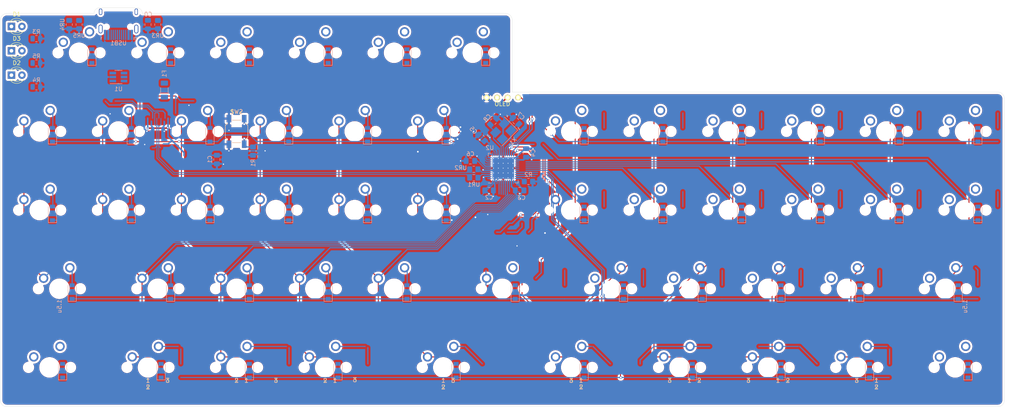
<source format=kicad_pcb>
(kicad_pcb (version 20211014) (generator pcbnew)
  (layers (0 "F.Cu" mixed) (31 "B.Cu" mixed) (34 "B.Paste" user) (35 "F.Paste" user) (36 "B.SilkS" user "B.Silkscreen") (37 "F.SilkS" user "F.Silkscreen") (38 "B.Mask" user) (39 "F.Mask" user) (44 "Edge.Cuts" user))
  (net 0 "")
  (net 1 "row0")
  (net 2 "Net-(D_SPACE1-Pad2)")
  (net 3 "Net-(D_SPACE2-Pad2)")
  (net 4 "Net-(D_SPACE3-Pad2)")
  (net 5 "Net-(D_SPACE4-Pad2)")
  (net 6 "Net-(D_SPACE5-Pad2)")
  (net 7 "Net-(D_SPACE6-Pad2)")
  (net 8 "Net-(D_SPACE8-Pad2)")
  (net 9 "Net-(D_SPACE9-Pad2)")
  (net 10 "Net-(D_SPACE10-Pad2)")
  (net 11 "Net-(D_SPACE11-Pad2)")
  (net 12 "Net-(D_SPACE12-Pad2)")
  (net 13 "Net-(D_SPACE13-Pad2)")
  (net 14 "row1")
  (net 15 "Net-(D_SPACE14-Pad2)")
  (net 16 "Net-(D_SPACE15-Pad2)")
  (net 17 "Net-(D_SPACE16-Pad2)")
  (net 18 "Net-(D_SPACE17-Pad2)")
  (net 19 "Net-(D_SPACE18-Pad2)")
  (net 20 "Net-(D_SPACE19-Pad2)")
  (net 21 "Net-(D_SPACE21-Pad2)")
  (net 22 "Net-(D_SPACE22-Pad2)")
  (net 23 "Net-(D_SPACE23-Pad2)")
  (net 24 "Net-(D_SPACE24-Pad2)")
  (net 25 "Net-(D_SPACE25-Pad2)")
  (net 26 "Net-(D_SPACE26-Pad2)")
  (net 27 "Net-(D_SPACE27-Pad2)")
  (net 28 "Net-(D_SPACE28-Pad2)")
  (net 29 "Net-(D_SPACE29-Pad2)")
  (net 30 "Net-(D_SPACE30-Pad2)")
  (net 31 "Net-(D_SPACE31-Pad2)")
  (net 32 "Net-(D_SPACE32-Pad2)")
  (net 33 "Net-(D_SPACE39-Pad2)")
  (net 34 "Net-(D_SPACE35-Pad2)")
  (net 35 "Net-(D_SPACE36-Pad2)")
  (net 36 "Net-(D_SPACE37-Pad2)")
  (net 37 "Net-(D_SPACE38-Pad2)")
  (net 39 "row3")
  (net 40 "Net-(D_SPACE40-Pad2)")
  (net 41 "Net-(D_SPACE41-Pad2)")
  (net 42 "Net-(D_SPACE42-Pad2)")
  (net 43 "Net-(D_SPACE43-Pad2)")
  (net 44 "Net-(D_SPACE44-Pad2)")
  (net 45 "Net-(D_SPACE45-Pad2)")
  (net 46 "Net-(D_SPACE46-Pad2)")
  (net 47 "Net-(D_SPACE47-Pad2)")
  (net 48 "VCC")
  (net 49 "col0")
  (net 50 "col1")
  (net 51 "col2")
  (net 52 "col3")
  (net 53 "col4")
  (net 54 "col5")
  (net 55 "col7")
  (net 56 "col8")
  (net 57 "col9")
  (net 58 "col10")
  (net 59 "col11")
  (net 60 "col12")
  (net 61 "RST")
  (net 62 "D-")
  (net 63 "D+")
  (net 64 "Net-(C0-Pad2)")
  (net 65 "Net-(UR4-Pad1)")
  (net 66 "Net-(UR5-Pad1)")
  (net 69 "SCL")
  (net 70 "SDA")
  (net 73 "Net-(U2-Pad3)")
  (net 74 "Net-(U2-Pad4)")
  (net 77 "unconnected-(U2-Pad32)")
  (net 78 "Net-(C7-Pad1)")
  (net 79 "Net-(C8-Pad1)")
  (net 80 "Net-(C6-Pad1)")
  (net 81 "Net-(R2-Pad2)")
  (net 82 "row2")
  (net 83 "PD2")
  (net 84 "PD5")
  (net 85 "GND")
  (net 86 "+5V")
  (net 87 "Net-(D_SPACE7-Pad2)")
  (net 89 "Net-(D_SPACE20-Pad2)")
  (net 90 "row4")
  (net 91 "Net-(D_SPACE33-Pad2)")
  (net 92 "Net-(D_SPACE34-Pad2)")
  (net 93 "Net-(D_SPACE48-Pad2)")
  (net 94 "Net-(D_SPACE49-Pad2)")
  (net 95 "Net-(D_SPACE50-Pad2)")
  (net 96 "Net-(D_SPACE51-Pad2)")
  (net 97 "Net-(D1-Pad1)")
  (net 98 "LED_1")
  (net 99 "Net-(D2-Pad1)")
  (net 100 "LED_2")
  (net 101 "Net-(D3-Pad1)")
  (net 102 "LED_3")
  (footprint "MX_Only:MXOnly-1U-NoLED" (layer "F.Cu") (at 102.39375 104.4575)
    (fp_text reference "K_SPACE30")
    (fp_text value "KEYSW")
  )
  (footprint "MX_Only:MXOnly-1.25U-NoLED" (layer "F.Cu") (at 61.9125 123.5075)
    (fp_text reference "K_SPACE40")
    (fp_text value "KEYSW")
  )
  (footprint "MX_Only:MXOnly-1U-NoLED" (layer "F.Cu") (at 121.44375 104.4575)
    (fp_text reference "K_SPACE31")
    (fp_text value "KEYSW")
  )
  (footprint "MX_Only:MXOnly-1U-NoLED" (layer "F.Cu") (at 230.98125 104.4575)
    (fp_text reference "K_SPACE38")
    (fp_text value "KEYSW")
  )
  (footprint "MX_Only:MXOnly-1U-NoLED" (layer "F.Cu") (at 183.35625 85.4075)
    (fp_text reference "K_SPACE22")
    (fp_text value "KEYSW")
  )
  (footprint "MX_Only:MXOnly-1U-NoLED" (layer "F.Cu") (at 221.45625 66.3575)
    (fp_text reference "K_SPACE11")
    (fp_text value "KEYSW")
  )
  (footprint "MX_Only:MXOnly-1.25U-NoLED" (layer "F.Cu") (at 104.775 123.5075)
    (fp_text reference "K_SPACE42")
    (fp_text value "KEYSW")
  )
  (footprint "MX_Only:MXOnly-1U-NoLED" (layer "F.Cu") (at 35.71875 66.3575)
    (fp_text reference "K_SPACE1")
    (fp_text value "KEYSW")
  )
  (footprint "MX_Only:MXOnly-1U-NoLED" (layer "F.Cu") (at 140.49375 47.3075)
    (fp_text reference "K_SPACE51")
    (fp_text value "KEYSW")
  )
  (footprint "Button_Switch_SMD:SW_SPST_SKQG_WithoutStem" (layer "F.Cu") (at 83.34375 66.3575 90)
    (fp_text reference "SW2")
    (fp_text value "SW_PUSH")
  )
  (footprint "MX_Only:MXOnly-1U-NoLED" (layer "F.Cu") (at 211.93125 123.5075)
    (fp_text reference "K_SPACE46")
    (fp_text value "KEYSW")
  )
  (footprint "MX_Only:MXOnly-1U-NoLED" (layer "F.Cu") (at 240.50625 66.3575)
    (fp_text reference "K_SPACE12")
    (fp_text value "KEYSW")
  )
  (footprint "MX_Only:MXOnly-1U-NoLED" (layer "F.Cu") (at 121.44375 47.3075)
    (fp_text reference "K_SPACE50")
    (fp_text value "KEYSW")
  )
  (footprint "LED_THT:LED_D3.0mm" (layer "F.Cu") (at 28.8875 46.83125)
    (fp_text reference "D3")
    (fp_text value "LED")
  )
  (footprint "MX_Only:MXOnly-1U-NoLED" (layer "F.Cu") (at 202.40625 66.3575)
    (fp_text reference "K_SPACE10")
    (fp_text value "KEYSW")
  )
  (footprint "MX_Only:MXOnly-1U-NoLED" (layer "F.Cu") (at 211.93125 104.4575)
    (fp_text reference "K_SPACE37")
    (fp_text value "KEYSW")
  )
  (footprint "MX_Only:MXOnly-1U-NoLED" (layer "F.Cu") (at 45.24375 47.3075)
    (fp_text reference "K_SPACE34")
    (fp_text value "KEYSW")
  )
  (footprint "MX_Only:MXOnly-1.25U-NoLED" (layer "F.Cu") (at 257.175 123.5075)
    (fp_text reference "K_SPACE33")
    (fp_text value "KEYSW")
  )
  (footprint "MX_Only:MXOnly-1U-NoLED" (layer "F.Cu") (at 221.45625 85.4075)
    (fp_text reference "K_SPACE24")
    (fp_text value "KEYSW")
  )
  (footprint "MX_Only:MXOnly-1U-NoLED" (layer "F.Cu") (at 183.35625 66.3575)
    (fp_text reference "K_SPACE9")
    (fp_text value "KEYSW")
  )
  (footprint "MX_Only:MXOnly-1U-NoLED" (layer "F.Cu") (at 54.76875 85.4075)
    (fp_text reference "K_SPACE15")
    (fp_text value "KEYSW")
  )
  (footprint "MX_Only:MXOnly-1U-NoLED" (layer "F.Cu") (at 83.34375 47.3075)
    (fp_text reference "K_SPACE48")
    (fp_text value "KEYSW")
  )
  (footprint "MX_Only:MXOnly-1U-NoLED" (layer "F.Cu") (at 92.86875 85.4075)
    (fp_text reference "K_SPACE17")
    (fp_text value "KEYSW")
  )
  (footprint "MX_Only:MXOnly-1U-NoLED" (layer "F.Cu") (at 83.34375 123.5075)
    (fp_text reference "K_SPACE41")
    (fp_text value "KEYSW")
  )
  (footprint "LED_THT:LED_D3.0mm" (layer "F.Cu") (at 28.8875 52.73125)
    (fp_text reference "D2")
    (fp_text value "LED")
  )
  (footprint "MX_Only:MXOnly-1U-NoLED" (layer "F.Cu") (at 73.81875 85.4075)
    (fp_text reference "K_SPACE16")
    (fp_text value "KEYSW")
  )
  (footprint "MX_Only:MXOnly-1U-NoLED" (layer "F.Cu") (at 240.50625 85.4075)
    (fp_text reference "K_SPACE25")
    (fp_text value "KEYSW")
  )
  (footprint "MX_Only:MXOnly-1U-NoLED" (layer "F.Cu") (at 164.30625 85.4075)
    (fp_text reference "K_SPACE21")
    (fp_text value "KEYSW")
  )
  (footprint "MX_Only:MXOnly-1U-NoLED" (layer "F.Cu") (at 64.29375 104.4575)
    (fp_text reference "K_SPACE28")
    (fp_text value "KEYSW")
  )
  (footprint "MX_Only:MXOnly-1.75U-NoLED" (layer "F.Cu") (at 133.35 123.5075)
    (fp_text reference "K_SPACE43")
    (fp_text value "KEYSW")
  )
  (footprint "MX_Only:MXOnly-1U-NoLED" (layer "F.Cu") (at 173.83125 104.4575)
    (fp_text reference "K_SPACE35")
    (fp_text value "KEYSW")
  )
  (footprint "MX_Only:MXOnly-1U-NoLED" (layer "F.Cu") (at 130.96875 66.3575)
    (fp_text reference "K_SPACE6")
    (fp_text value "KEYSW")
  )
  (footprint "MX_Only:MXOnly-1U-NoLED" (layer "F.Cu") (at 35.71875 85.4075)
    (fp_text reference "K_SPACE14")
    (fp_text value "KEYSW")
  )
  (footprint "MX_Only:MXOnly-1U-NoLED" (layer "F.Cu") (at 102.39375 47.3075)
    (fp_text reference "K_SPACE49")
    (fp_text value "KEYSW")
  )
  (footprint "LED_THT:LED_D3.0mm" (layer "F.Cu") (at 28.8875 40.93125)
    (fp_text reference "D1")
    (fp_text value "LED")
  )
  (footprint "MX_Only:MXOnly-1.5U-NoLED" (layer "F.Cu") (at 40.48125 104.4575)
    (fp_text reference "K_SPACE7")
    (fp_text value "KEYSW")
  )
  (footprint "MX_Only:MXOnly-1U-NoLED" (layer "F.Cu") (at 73.81875 66.3575)
    (fp_text reference "K_SPACE3")
    (fp_text value "KEYSW")
  )
  (footprint "MX_Only:MXOnly-1U-NoLED" (layer "F.Cu") (at 130.96875 85.4075)
    (fp_text reference "K_SPACE19")
    (fp_text value "KEYSW")
  )
  (footprint "MX_Only:MXOnly-1U-NoLED" (layer "F.Cu") (at 259.55625 66.3575)
    (fp_text reference "K_SPACE13")
    (fp_text value "KEYSW")
  )
  (footprint "MX_Only:MXOnly-1U-NoLED" (layer "F.Cu") (at 111.91875 66.3575)
    (fp_text reference "K_SPACE5")
    (fp_text value "KEYSW")
  )
  (footprint "MX_Only:MXOnly-1U-NoLED" (layer "F.Cu") (at 259.55625 85.4075)
    (fp_text reference "K_SPACE26")
    (fp_text value "KEYSW")
  )
  (footprint "MX_Only:MXOnly-1U-NoLED" (layer "F.Cu") (at 64.29375 47.3075)
    (fp_text reference "K_SPACE39")
    (fp_text value "KEYSW")
  )
  (footprint "MX_Only:MXOnly-1.5U-NoLED" (layer "F.Cu") (at 254.79375 104.4575)
    (fp_text reference "K_SPACE20")
    (fp_text value "KEYSW")
  )
  (footprint "MX_Only:MXOnly-1U-NoLED" (layer "F.Cu") (at 192.88125 104.4575)
    (fp_text reference "K_SPACE36")
    (fp_text value "KEYSW")
  )
  (footprint "MX_Only:MXOnly-1.5U-NoLED" (layer "F.Cu") (at 164.30625 123.5075)
    (fp_text reference "K_SPACE44")
    (fp_text value "KEYSW")
  )
  (footprint "kbd:OLED_v2" (layer "F.Cu") (at 147.6375 58.1525 180)
    (fp_text reference "OL1")
    (fp_text value "OLED" hide)
  )
  (footprint "MX_Only:MXOnly-1.25U-NoLED" (layer "F.Cu") (at 38.1 123.5075)
    (fp_text reference "K_SPACE27")
    (fp_text value "KEYSW")
  )
  (footprint "MX_Only:MXOnly-1.25U-NoLED" (layer "F.Cu") (at 233.3625 123.5075)
    (fp_text reference "K_SPACE47")
    (fp_text value "KEYSW")
  )
  (footprint "MX_Only:MXOnly-1U-NoLED" (layer "F.Cu") (at 111.91875 85.4075)
    (fp_text reference "K_SPACE18")
    (fp_text value "KEYSW")
  )
  (footprint "MX_Only:MXOnly-1.25U-NoLED" (layer "F.Cu") (at 190.5 123.5075)
    (fp_text reference "K_SPACE45")
    (fp_text value "KEYSW")
  )
  (footprint "MX_Only:MXOnly-1U-NoLED" (layer "F.Cu") (at 164.30625 66.3575)
    (fp_text reference "K_SPACE8")
    (fp_text value "KEYSW")
  )
  (footprint "MX_Only:MXOnly-1.75U-NoLED" (layer "F.Cu") (at 147.6375 104.4575)
    (fp_text reference "K_SPACE32")
    (fp_text value "KEYSW")
  )
  (footprint "MX_Only:MXOnly-1U-NoLED" (layer "F.Cu") (at 83.34375 104.4575)
    (fp_text reference "K_SPACE29")
    (fp_text value "KEYSW")
  )
  (footprint "MX_Only:MXOnly-1U-NoLED" (layer "F.Cu") (at 202.40625 85.4075)
    (fp_text reference "K_SPACE23")
    (fp_text value "KEYSW")
  )
  (footprint "MX_Only:MXOnly-1U-NoLED" (layer "F.Cu") (at 54.76875 66.3575)
    (fp_text reference "K_SPACE2")
    (fp_text value "KEYSW")
  )
  (footprint "MX_Only:MXOnly-1U-NoLED" (layer "F.Cu") (at 92.86875 66.3575)
    (fp_text reference "K_SPACE4")
    (fp_text value "KEYSW")
  )
  (footprint "Diode_SMD:D_SOD-123" (layer "B.Cu") (at 86.44438 105.25125 90)
    (fp_text reference "D_SPACE29")
    (fp_text value "D")
  )
  (footprint "Resistor_SMD:R_0805_2012Metric" (layer "B.Cu") (at 34.925 55.5625 180)
    (fp_text reference "R4")
    (fp_text value "330")
  )
  (footprint "Diode_SMD:D_SOD-123" (layer "B.Cu") (at 124.545956 48.10125 90)
    (fp_text reference "D_SPACE50")
    (fp_text value "D")
  )
  (footprint "Resistor_SMD:R_0805_2012Metric_Pad1.20x1.40mm_HandSolder" (layer "B.Cu") (at 140.73 75.528753)
    (fp_text reference "UR2")
    (fp_text value "22")
  )
  (footprint "Crystal:Crystal_SMD_3225-4Pin_3.2x2.5mm_HandSoldering" (layer "B.Cu") (at 147.84375 66.3575 -135)
    (fp_text reference "X1")
    (fp_text value "Crystal_GND24_Small")
  )
  (footprint "Capacitor_SMD:C_0805_2012Metric_Pad1.18x1.45mm_HandSolder" (layer "B.Cu") (at 61.9125 40.48125 90)
    (fp_text reference "C0")
    (fp_text value "4.7uF")
  )
  (footprint "Diode_SMD:D_SOD-123" (layer "B.Cu") (at 105.495168 105.25125 90)
    (fp_text reference "D_SPACE30")
    (fp_text value "D")
  )
  (footprint "Diode_SMD:D_SOD-123" (layer "B.Cu") (at 167.411191 124.30125 90)
    (fp_text reference "D_SPACE44")
    (fp_text value "D")
  )
  (footprint "Diode_SMD:D_SOD-123" (layer "B.Cu") (at 262.657762 86.20125 90)
    (fp_text reference "D_SPACE26")
    (fp_text value "D")
  )
  (footprint "Diode_SMD:D_SOD-123" (layer "B.Cu") (at 186.457762 86.20125 90)
    (fp_text reference "D_SPACE22")
    (fp_text value "D")
  )
  (footprint "Diode_SMD:D_SOD-123" (layer "B.Cu") (at 76.912189 86.20125 90)
    (fp_text reference "D_SPACE16")
    (fp_text value "D")
  )
  (footprint "Diode_SMD:D_SOD-123" (layer "B.Cu") (at 262.657762 67.15125 90)
    (fp_text reference "D_SPACE13")
    (fp_text value "D")
  )
  (footprint "Diode_SMD:D_SOD-123" (layer "B.Cu") (at 136.445802 124.30125 90)
    (fp_text reference "D_SPACE43")
    (fp_text value "D")
  )
  (footprint "Diode_SMD:D_SOD-123" (layer "B.Cu") (at 193.598592 124.30125 90)
    (fp_text reference "D_SPACE45")
    (fp_text value "D")
  )
  (footprint "Diode_SMD:D_SOD-123" (layer "B.Cu") (at 48.343592 48.10125 90)
    (fp_text reference "D_SPACE33")
    (fp_text value "D")
  )
  (footprint "Capacitor_SMD:C_0805_2012Metric_Pad1.18x1.45mm_HandSolder" (layer "B.Cu") (at 144.425 80.645)
    (fp_text reference "C2")
    (fp_text value "0.1uf")
  )
  (footprint "Diode_SMD:D_SOD-123" (layer "B.Cu") (at 260.272325 124.30125 90)
    (fp_text reference "D_SPACE20")
    (fp_text value "D")
  )
  (footprint "Diode_SMD:D_SOD-123" (layer "B.Cu") (at 67.393592 48.10125 90)
    (fp_text reference "D_SPACE34")
    (fp_text value "D")
  )
  (footprint "Diode_SMD:D_SOD-123" (layer "B.Cu") (at 41.275 124.30125 90)
    (fp_text reference "D_SPACE7")
    (fp_text value "D")
  )
  (footprint "Resistor_SMD:R_0805_2012Metric_Pad1.20x1.40mm_HandSolder" (layer "B.Cu") (at 153.942541 78.474835 180)
    (fp_text reference "R2")
    (fp_text value "10k")
  )
  (footprint "Diode_SMD:D_SOD-123" (layer "B.Cu") (at 243.607762 86.20125 90)
    (fp_text reference "D_SPACE25")
    (fp_text value "D")
  )
  (footprint "Package_DFN_QFN:QFN-44-1EP_7x7mm_P0.5mm_EP5.2x5.2mm_ThermalVias" (layer "B.Cu") (at 147.84375 75.247322)
    (fp_text reference "U2")
    (fp_text value "ATmega32U4-M")
  )
  (footprint "Diode_SMD:D_SOD-123" (layer "B.Cu") (at 67.393592 105.25125 90)
    (fp_text reference "D_SPACE28")
    (fp_text value "D")
  )
  (footprint "Diode_SMD:D_SOD-123" (layer "B.Cu") (at 257.887642 105.25125 90)
    (fp_text reference "D_SPACE39")
    (fp_text value "D")
  )
  (footprint "Button_Switch_SMD:SW_SPST_SKQG_WithoutStem" (layer "B.Cu") (at 83.34375 66.3575 -90)
    (fp_text reference "SW1")
    (fp_text value "SW_PUSH")
  )
  (footprint "Capacitor_SMD:C_0805_2012Metric_Pad1.18x1.45mm_HandSolder" (layer "B.Cu") (at 145.4625 63.97625 45)
    (fp_text reference "C8")
    (fp_text value "22p")
  )
  (footprint "Resistor_SMD:R_0805_2012Metric" (layer "B.Cu") (at 34.925 49.78125 180)
    (fp_text reference "R5")
    (fp_text value "330")
  )
  (footprint "Diode_SMD:D_SOD-123" (layer "B.Cu") (at 57.862885 67.15125 90)
    (fp_text reference "D_SPACE2")
    (fp_text value "D")
  )
  (footprint "Capacitor_SMD:C_0805_2012Metric_Pad1.18x1.45mm_HandSolder" (layer "B.Cu") (at 139.90625 73.50125 180)
    (fp_text reference "C6")
    (fp_text value "1uf")
  )
  (footprint "Diode_SMD:D_SOD-123" (layer "B.Cu") (at 38.813581 86.20125 90)
    (fp_text reference "D_SPACE14")
    (fp_text value "D")
  )
  (footprint "Resistor_SMD:R_0805_2012Metric_Pad1.20x1.40mm_HandSolder" (layer "B.Cu") (at 64.29375 40.48125 -90)
    (fp_text reference "UR3")
    (fp_text value "1M")
  )
  (footprint "Diode_SMD:D_SOD-123" (layer "B.Cu") (at 215.0374 124.30125 90)
    (fp_text reference "D_SPACE46")
    (fp_text value "D")
  )
  (footprint "Diode_SMD:D_SOD-123" (layer "B.Cu") (at 224.557762 67.15125 90)
    (fp_text reference "D_SPACE11")
    (fp_text value "D")
  )
  (footprint "Capacitor_SMD:C_0805_2012Metric_Pad1.18x1.45mm_HandSolder" (layer "B.Cu") (at 153.384299 71.578804 90)
    (fp_text reference "C4")
    (fp_text value "0.1uf")
  )
  (footprint "Diode_SMD:D_SOD-123" (layer "B.Cu") (at 95.961493 67.15125 90)
    (fp_text reference "D_SPACE4")
    (fp_text value "D")
  )
  (footprint "Diode_SMD:D_SOD-123" (layer "B.Cu") (at 167.407762 67.15125 90)
    (fp_text reference "D_SPACE8")
    (fp_text value "D")
  )
  (footprint "Capacitor_SMD:C_0805_2012Metric_Pad1.18x1.45mm_HandSolder" (layer "B.Cu") (at 78.58125 73.168049 -90)
    (fp_text reference "C1")
    (fp_text value "10uF")
  )
  (footprint "Diode_SMD:D_SOD-123" (layer "B.Cu") (at 134.060102 86.20125 90)
    (fp_text reference "D_SPACE19")
    (fp_text value "D")
  )
  (footprint "Diode_SMD:D_SOD-123" (layer "B.Cu") (at 107.876381 124.30125 90)
    (fp_text reference "D_SPACE42")
    (fp_text value "D")
  )
  (footprint "Resistor_SMD:R_0805_2012Metric_Pad1.20x1.40mm_HandSolder" (layer "B.Cu") (at 42.8625 40.48125 -90)
    (fp_text reference "UR4")
    (fp_text value "5.1k")
  )
  (footprint "Diode_SMD:D_SOD-123" (layer "B.Cu") (at 243.607762 67.15125 90)
    (fp_text reference "D_SPACE12")
    (fp_text value "D")
  )
  (footprint "Diode_SMD:D_SOD-123" (layer "B.Cu") (at 205.507762 86.20125 90)
    (fp_text reference "D_SPACE23")
    (fp_text value "D")
  )
  (footprint "Resistor_SMD:R_0805_2012Metric" (layer "B.Cu") (at 34.925 43.88125 180)
    (fp_text reference "R3")
    (fp_text value "330")
  )
  (footprint "Diode_SMD:D_SOD-123" (layer "B.Cu") (at 195.98661 105.25125 90)
    (fp_text reference "D_SPACE36")
    (fp_text value "D")
  )
  (footprint "Resistor_SMD:R_0805_2012Metric_Pad1.20x1.40mm_HandSolder" (layer "B.Cu") (at 45.24375 40.48125 -90)
    (fp_text reference "UR5")
    (fp_text value "5.1k")
  )
  (footprint "Type-C:HRO-TYPE-C-31-M-12-HandSoldering" (layer "B.Cu") (at 54.76875 34.777334)
    (fp_text reference "USB1")
    (fp_text value "HRO-TYPE-C-31-M-12")
  )
  (footprint "Diode_SMD:D_SOD-123" (layer "B.Cu") (at 150.74523 105.25125 90)
    (fp_text reference "D_SPACE32")
    (fp_text value "D")
  )
  (footprint "Diode_SMD:D_SOD-123" (layer "B.Cu") (at 76.912189 67.15125 90)
    (fp_text reference "D_SPACE3")
    (fp_text value "D")
  )
  (footprint "Diode_SMD:D_SOD-123" (layer "B.Cu") (at 224.557762 86.20125 90)
    (fp_text reference "D_SPACE24")
    (fp_text value "D")
  )
  (footprint "Diode_SMD:D_SOD-123" (layer "B.Cu") (at 124.545956 105.25125 90)
    (fp_text reference "D_SPACE31")
    (fp_text value "D")
  )
  (footprint "Diode_SMD:D_SOD-123" (layer "B.Cu") (at 215.0374 105.25125 90)
    (fp_text reference "D_SPACE37")
    (fp_text value "D")
  )
  (footprint "Package_TO_SOT_SMD:SOT-23-6_Handsoldering" (layer "B.Cu") (at 54.76875 53.18125)
    (fp_text reference "U1")
    (fp_text value "SRV05-4")
  )
  (footprint "Capacitor_SMD:C_0805_2012Metric_Pad1.18x1.45mm_HandSolder" (layer "B.Cu") (at 150.896751 63.854251 135)
    (fp_text reference "C7")
    (fp_text value "22p")
  )
  (footprint "Diode_SMD:D_SOD-123" (layer "B.Cu") (at 234.08819 105.25125 90)
    (fp_text reference "D_SPACE38")
    (fp_text value "D")
  )
  (footprint "Diode_SMD:D_SOD-123" (layer "B.Cu") (at 205.507762 67.15125 90)
    (fp_text reference "D_SPACE10")
    (fp_text value "D")
  )
  (footprint "Diode_SMD:D_SOD-123" (layer "B.Cu") (at 134.060102 67.15125 90)
    (fp_text reference "D_SPACE6")
    (fp_text value "D")
  )
  (footprint "Fuse:Fuse_1206_3216Metric_Pad1.42x1.75mm_HandSolder" (layer "B.Cu") (at 65.88125 56.35625 -90)
    (fp_text reference "F1")
    (fp_text value "Polyfuse_Small")
  )
  (footprint "Diode_SMD:D_SOD-123" (layer "B.Cu") (at 115.010797 67.15125 90)
    (fp_text reference "D_SPACE5")
    (fp_text value "D")
  )
  (footprint "Diode_SMD:D_SOD-123" (layer "B.Cu") (at 43.574596 105.25125 90)
    (fp_text reference "D_SPACE27")
    (fp_text value "D")
  )
  (footprint "Diode_SMD:D_SOD-123" (layer "B.Cu") (at 86.44438 124.30125 90)
    (fp_text reference "D_SPACE41")
    (fp_text value "D")
  )
  (footprint "Diode_SMD:D_SOD-123" (layer "B.Cu") (at 176.93582 105.25125 90)
    (fp_text reference "D_SPACE35")
    (fp_text value "D")
  )
  (footprint "Diode_SMD:D_SOD-123" (layer "B.Cu") (at 167.407762 86.20125 90)
    (fp_text reference "D_SPACE21")
    (fp_text value "D")
  )
  (footprint "Diode_SMD:D_SOD-123" (layer "B.Cu") (at 105.495168 48.10125 90)
    (fp_text reference "D_SPACE49")
    (fp_text value "D")
  )
  (footprint "Diode_SMD:D_SOD-123" (layer "B.Cu") (at 115.010797 86.20125 90)
    (fp_text reference "D_SPACE18")
    (fp_text value "D")
  )
  (footprint "Diode_SMD:D_SOD-123" (layer "B.Cu") (at 186.457762 67.15125 90)
    (fp_text reference "D_SPACE9")
    (fp_text value "D")
  )
  (footprint "Resistor_SMD:R_0805_2012Metric_Pad1.20x1.40mm_HandSolder" (layer "B.Cu") (at 140.73 77.560753)
    (fp_text reference "UR1")
    (fp_text value "22")
  )
  (footprint "Resistor_SMD:R_0805_2012Metric_Pad1.20x1.40mm_HandSolder" (layer "B.Cu") (at 87.3125 71.12 -90)
    (fp_text reference "R1")
    (fp_text value "10k")
  )
  (footprint "Diode_SMD:D_SOD-123" (layer "B.Cu") (at 95.961493 86.20125 90)
    (fp_text reference "D_SPACE17")
    (fp_text value "D")
  )
  (footprint "Diode_SMD:D_SOD-123" (layer "B.Cu") (at 57.862885 86.20125 90)
    (fp_text reference "D_SPACE15")
    (fp_text value "D")
  )
  (footprint "Diode_SMD:D_SOD-123" (layer "B.Cu") (at 143.595956 48.10125 90)
    (fp_text reference "D_SPACE51")
    (fp_text value "D")
  )
  (footprint "Diode_SMD:D_SOD-123" (layer "B.Cu") (at 86.44438 48.10125 90)
    (fp_text reference "D_SPACE48")
    (fp_text value "D")
  )
  (footprint "Diode_SMD:D_SOD-123" (layer "B.Cu") (at 38.813581 67.15125 90)
    (fp_text reference "D_SPACE1")
    (fp_text value "D")
  )
  (footprint "Capacitor_SMD:C_0805_2012Metric_Pad1.18x1.45mm_HandSolder" (layer "B.Cu") (at 142.597634 67.932594 135)
    (fp_text reference "C5")
    (fp_text value "0.1uf")
  )
  (footprint "Capacitor_SMD:C_0805_2012Metric_Pad1.18x1.45mm_HandSolder" (layer "B.Cu") (at 151.8125 80.645 180)
    (fp_text reference "C3")
    (fp_text value "0.1uf")
  )
  (footprint "Diode_SMD:D_SOD-123" (layer "B.Cu") (at 65.0875 124.30125 90)
    (fp_text reference "D_SPACE40")
    (fp_text value "D")
  )
  (footprint "Diode_SMD:D_SOD-123" (layer "B.Cu") (at 236.464395 124.30125 90)
    (fp_text reference "D_SPACE47")
    (fp_text value "D")
  )
  (gr_arc (start 269.08125 131.445) (mid 268.616282 132.567532) (end 267.49375 133.0325) (layer "Edge.Cuts") (width 0.05))
  (gr_line (start 50.26025 36.3855) (end 59.15025 36.3855) (layer "Edge.Cuts") (width 0.05))
  (gr_arc (start 267.49375 56.8325) (mid 268.616282 57.297468) (end 269.08125 58.42) (layer "Edge.Cuts") (width 0.05))
  (gr_line (start 267.49375 133.0325) (end 27.78125 133.0325) (layer "Edge.Cuts") (width 0.05))
  (gr_line (start 269.08125 58.42) (end 269.08125 131.445) (layer "Edge.Cuts") (width 0.05))
  (gr_arc (start 26.19375 39.37) (mid 26.658718 38.247468) (end 27.78125 37.7825) (layer "Edge.Cuts") (width 0.05))
  (gr_line (start 60.54725 37.7825) (end 148.43125 37.7825) (layer "Edge.Cuts") (width 0.05))
  (gr_line (start 26.19375 131.445) (end 26.19375 39.37) (layer "Edge.Cuts") (width 0.05))
  (gr_arc (start 27.78125 133.0325) (mid 26.658718 132.567532) (end 26.19375 131.445) (layer "Edge.Cuts") (width 0.05))
  (gr_line (start 150.01875 56.8325) (end 267.49375 56.8325) (layer "Edge.Cuts") (width 0.05))
  (gr_line (start 150.01875 39.37) (end 150.01875 56.8325) (layer "Edge.Cuts") (width 0.05))
  (gr_arc (start 59.15025 36.3855) (mid 60.138078 36.794672) (end 60.54725 37.7825) (layer "Edge.Cuts") (width 0.05))
  (gr_line (start 27.78125 37.7825) (end 48.86325 37.7825) (layer "Edge.Cuts") (width 0.05))
  (gr_arc (start 148.43125 37.7825) (mid 149.553782 38.247468) (end 150.01875 39.37) (layer "Edge.Cuts") (width 0.05))
  (gr_arc (start 48.86325 37.7825) (mid 49.272422 36.794672) (end 50.26025 36.3855) (layer "Edge.Cuts") (width 0.05))
  (gr_text "1" (at 133.35 126.6825) (layer "B.SilkS") (effects (font (size 1 1)) (justify mirror)))
  (gr_text "1" (at 61.9125 126.6825) (layer "B.SilkS") (effects (font (size 1 1)) (justify mirror)))
  (gr_text "2" (at 133.35 128.27) (layer "B.SilkS") (effects (font (size 1 1)) (justify mirror)))
  (gr_text "3" (at 111.91875 126.55125) (layer "B.SilkS") (effects (font (size 1 1)) (justify mirror)))
  (gr_text "2" (at 104.775 126.6825) (layer "B.SilkS") (effects (font (size 1 1)) (justify mirror)))
  (gr_text "2" (at 61.9125 128.27) (layer "B.SilkS") (effects (font (size 1 1)) (justify mirror)))
  (gr_text "1" (at 107.15625 126.6825) (layer "B.SilkS") (effects (font (size 1 1)) (justify mirror)))
  (gr_text "2" (at 216.69375 126.6825) (layer "B.SilkS") (effects (font (size 1 1)) (justify mirror)))
  (gr_text "1" (at 85.725 126.6825) (layer "B.SilkS") (effects (font (size 1 1)) (justify mirror)))
  (gr_text "3" (at 188.11875 126.6825) (layer "B.SilkS") (effects (font (size 1 1)) (justify mirror)))
  (gr_text "1.5u" (at 259.55625 108.743809 90) (layer "B.SilkS") (effects (font (size 1 1)) (justify mirror)))
  (gr_text "1.5u" (at 40.48125 108.743809 90) (layer "B.SilkS") (effects (font (size 1 1)) (justify mirror)))
  (gr_text "1" (at 238.125 126.6825) (layer "B.SilkS") (effects (font (size 1 1)) (justify mirror)))
  (gr_text "3" (at 135.73125 126.6825) (layer "B.SilkS") (effects (font (size 1 1)) (justify mirror)))
  (gr_text "3" (at 207.16875 126.6825) (layer "B.SilkS") (effects (font (size 1 1)) (justify mirror)))
  (gr_text "3" (at 233.3625 126.6825) (layer "B.SilkS") (effects (font (size 1 1)) (justify mirror)))
  (gr_text "1" (at 166.6875 126.6825) (layer "B.SilkS") (effects (font (size 1 1)) (justify mirror)))
  (gr_text "1" (at 192.88125 126.6825) (layer "B.SilkS") (effects (font (size 1 1)) (justify mirror)))
  (gr_text "1" (at 214.3125 126.6825) (layer "B.SilkS") (effects (font (size 1 1)) (justify mirror)))
  (gr_text "3" (at 164.30625 126.6825) (layer "B.SilkS") (effects (font (size 1 1)) (justify mirror)))
  (gr_text "2" (at 166.6875 128.27) (layer "B.SilkS") (effects (font (size 1 1)) (justify mirror)))
  (gr_text "3" (at 92.86875 126.6825) (layer "B.SilkS") (effects (font (size 1 1)) (justify mirror)))
  (gr_text "2" (at 238.125 128.27) (layer "B.SilkS") (effects (font (size 1 1)) (justify mirror)))
  (gr_text "2" (at 195.2625 126.6825) (layer "B.SilkS") (effects (font (size 1 1)) (justify mirror)))
  (gr_text "3" (at 66.675 126.6825) (layer "B.SilkS") (effects (font (size 1 1)) (justify mirror)))
  (gr_text "2" (at 83.34375 126.6825) (layer "B.SilkS") (effects (font (size 1 1)) (justify mirror)))
  (gr_text "2" (at 166.684368 128.259488) (layer "F.SilkS") (effects (font (size 1 1))))
  (gr_text "1" (at 107.15625 126.6825) (layer "F.SilkS") (effects (font (size 1 1))))
  (gr_text "3" (at 92.867631 126.671988) (layer "F.SilkS") (effects (font (size 1 1))))
  (gr_text "2" (at 133.35 128.27) (layer "F.SilkS") (effects (font (size 1 1))))
  (gr_text "3" (at 66.67321 126.671988) (layer "F.SilkS") (effects (font (size 1 1))))
  (gr_text "2" (at 83.33458 126.671988) (layer "F.SilkS") (effects (font (size 1 1))))
  (gr_text "3" (at 135.73125 126.6825) (layer "F.SilkS") (effects (font (size 1 1))))
  (gr_text "1" (at 61.9125 126.6825) (layer "F.SilkS") (effects (font (size 1 1))))
  (gr_text "1" (at 166.684368 126.671988) (layer "F.SilkS") (effects (font (size 1 1))))
  (gr_text "3" (at 188.112264 126.671988) (layer "F.SilkS") (effects (font (size 1 1))))
  (gr_text "1" (at 85.724999 126.671988) (layer "F.SilkS") (effects (font (size 1 1))))
  (gr_text "1" (at 192.878789 126.671988) (layer "F.SilkS") (effects (font (size 1 1))))
  (gr_text "2" (at 195.254895 126.671988) (layer "F.SilkS") (effects (font (size 1 1))))
  (gr_text "2" (at 104.775 126.6825) (layer "F.SilkS") (effects (font (size 1 1))))
  (gr_text "1" (at 133.35 126.6825) (layer "F.SilkS") (effects (font (size 1 1))))
  (gr_text "3" (at 164.30625 126.6825) (layer "F.SilkS") (effects (font (size 1 1))))
  (gr_text "2" (at 216.69375 126.6825) (layer "F.SilkS") (effects (font (size 1 1))))
  (gr_text "2" (at 238.125 128.27) (layer "F.SilkS") (effects (font (size 1 1))))
  (gr_text "1" (at 238.125 126.6825) (layer "F.SilkS") (effects (font (size 1 1))))
  (gr_text "3" (at 207.16875 126.6825) (layer "F.SilkS") (effects (font (size 1 1))))
  (gr_text "3" (at 233.3625 126.6825) (layer "F.SilkS") (effects (font (size 1 1))))
  (gr_text "2" (at 61.9125 128.27) (layer "F.SilkS") (effects (font (size 1 1))))
  (gr_text "3" (at 111.976676 126.543163) (layer "F.SilkS") (effects (font (size 1 1))))
  (gr_text "1" (at 214.3125 126.6825) (layer "F.SilkS") (effects (font (size 1 1))))
  (segment (start 162.71875 103.60125) (end 162.71875 100.0125) (width 0.254) (layer "B.Cu") (net 0))
  (segment (start 151.18059 90.7575) (end 148.83684 90.7575) (width 0.254) (layer "B.Cu") (net 0))
  (segment (start 152.4 88.5825) (end 152.4 89.53809) (width 0.254) (layer "B.Cu") (net 0))
  (segment (start 152.4 89.53809) (end 151.18059 90.7575) (width 0.254) (layer "B.Cu") (net 0))
  (segment (start 159.54375 67.15125) (end 157.748115 65.355615) (width 0.254) (layer "F.Cu") (net 1))
  (segment (start 58.977336 68.8317) (end 69.42985 68.8317) (width 0.254) (layer "F.Cu") (net 1))
  (segment (start 137.140621 68.803359) (end 139.246365 66.697615) (width 0.254) (layer "F.Cu") (net 1))
  (segment (start 58.967008 68.821372) (end 58.977336 68.8317) (width 0.254) (layer "F.Cu") (net 1))
  (segment (start 135.338067 68.803359) (end 137.140621 68.803359) (width 0.254) (layer "F.Cu") (net 1))
  (via (at 159.54375 67.15125) (size 0.6) (drill 0.4) (layers "F.Cu" "B.Cu") (net 1))
  (via (at 69.42985 68.8317) (size 0.6) (drill 0.4) (layers "F.Cu" "B.Cu") (net 1))
  (via (at 58.967008 68.821372) (size 0.6) (drill 0.4) (layers "F.Cu" "B.Cu") (net 1))
  (via (at 135.338067 68.803359) (size 0.6) (drill 0.4) (layers "F.Cu" "B.Cu") (net 1))
  (segment (start 58.946886 68.80125) (end 58.967008 68.821372) (width 0.254) (layer "B.Cu") (net 1))
  (segment (start 57.862885 68.80125) (end 58.946886 68.80125) (width 0.254) (layer "B.Cu") (net 1))
  (segment (start 159.54375 67.15125) (end 159.630491 67.15125) (width 0.254) (layer "B.Cu") (net 1))
  (segment (start 86.59798 67.23048) (end 88.16875 68.80125) (width 0.254) (layer "B.Cu") (net 1))
  (segment (start 38.813581 68.80125) (end 57.862885 68.80125) (width 0.254) (layer "B.Cu") (net 1))
  (segment (start 69.42985 68.8317) (end 69.4603 68.80125) (width 0.254) (layer "B.Cu") (net 1))
  (segment (start 78.761969 68.80125) (end 80.332739 67.23048) (width 0.254) (layer "B.Cu") (net 1))
  (segment (start 135.335958 68.80125) (end 134.060102 68.80125) (width 0.254) (layer "B.Cu") (net 1))
  (segment (start 76.912189 68.80125) (end 78.761969 68.80125) (width 0.254) (layer "B.Cu") (net 1))
  (segment (start 159.630491 67.15125) (end 161.280491 68.80125) (width 0.254) (layer "B.Cu") (net 1))
  (segment (start 69.4603 68.80125) (end 76.912189 68.80125) (width 0.254) (layer "B.Cu") (net 1))
  (segment (start 88.16875 68.80125) (end 134.14375 68.80125) (width 0.254) (layer "B.Cu") (net 1))
  (segment (start 80.332739 67.23048) (end 86.59798 67.23048) (width 0.254) (layer "B.Cu") (net 1))
  (segment (start 135.338067 68.803359) (end 135.335958 68.80125) (width 0.254) (layer "B.Cu") (net 1))
  (segment (start 161.280491 68.80125) (end 267.49375 68.80125) (width 0.254) (layer "B.Cu") (net 1))
  (segment (start 38.89375 65.50125) (end 38.89375 61.9125) (width 0.254) (layer "B.Cu") (net 2))
  (segment (start 57.94375 65.50125) (end 57.94375 61.9125) (width 0.254) (layer "B.Cu") (net 3))
  (segment (start 76.99375 65.50125) (end 76.99375 61.9125) (width 0.254) (layer "B.Cu") (net 4))
  (segment (start 96.04375 65.50125) (end 96.04375 61.9125) (width 0.254) (layer "B.Cu") (net 5))
  (segment (start 115.09375 65.50125) (end 115.09375 61.9125) (width 0.254) (layer "B.Cu") (net 6))
  (segment (start 134.14375 65.50125) (end 134.14375 61.9125) (width 0.254) (layer "B.Cu") (net 7))
  (segment (start 172.24375 65.50125) (end 172.24375 61.9125) (width 0.254) (layer "B.Cu") (net 8))
  (segment (start 191.29375 65.50125) (end 191.29375 61.9125) (width 0.254) (layer "B.Cu") (net 9))
  (segment (start 210.34375 65.50125) (end 210.34375 61.9125) (width 0.254) (layer "B.Cu") (net 10))
  (segment (start 229.39375 65.50125) (end 229.39375 61.9125) (width 0.254) (layer "B.Cu") (net 11))
  (segment (start 248.44375 65.50125) (end 248.44375 61.9125) (width 0.254) (layer "B.Cu") (net 12))
  (segment (start 267.49375 65.50125) (end 267.49375 61.9125) (width 0.254) (layer "B.Cu") (net 13))
  (segment (start 38.89375 84.55125) (end 38.89375 80.9625) (width 0.254) (layer "B.Cu") (net 15))
  (segment (start 57.94375 84.55125) (end 57.94375 80.9625) (width 0.254) (layer "B.Cu") (net 16))
  (segment (start 76.99375 84.55125) (end 76.99375 80.9625) (width 0.254) (layer "B.Cu") (net 17))
  (segment (start 96.04375 84.55125) (end 96.04375 80.9625) (width 0.254) (layer "B.Cu") (net 18))
  (segment (start 115.09375 84.55125) (end 115.09375 80.9625) (width 0.254) (layer "B.Cu") (net 19))
  (segment (start 134.14375 84.55125) (end 134.14375 80.9625) (width 0.254) (layer "B.Cu") (net 20))
  (segment (start 172.24375 84.55125) (end 172.24375 80.9625) (width 0.254) (layer "B.Cu") (net 21))
  (segment (start 191.29375 84.55125) (end 191.29375 80.9625) (width 0.254) (layer "B.Cu") (net 22))
  (segment (start 210.34375 84.55125) (end 210.34375 80.9625) (width 0.254) (layer "B.Cu") (net 23))
  (segment (start 229.39375 84.55125) (end 229.39375 80.9625) (width 0.254) (layer "B.Cu") (net 24))
  (segment (start 248.44375 84.55125) (end 248.44375 80.9625) (width 0.254) (layer "B.Cu") (net 25))
  (segment (start 267.49375 84.55125) (end 267.49375 80.9625) (width 0.254) (layer "B.Cu") (net 26))
  (segment (start 43.574596 103.60125) (end 43.574596 99.930846) (width 0.254) (layer "B.Cu") (net 27))
  (segment (start 43.574596 99.930846) (end 43.02125 99.3775) (width 0.254) (layer "B.Cu") (net 27))
  (segment (start 67.46875 103.60125) (end 67.46875 100.0125) (width 0.254) (layer "B.Cu") (net 28))
  (segment (start 86.51875 103.60125) (end 86.51875 100.0125) (width 0.254) (layer "B.Cu") (net 29))
  (segment (start 105.56875 103.60125) (end 105.56875 100.0125) (width 0.254) (layer "B.Cu") (net 30))
  (segment (start 124.61875 103.60125) (end 124.61875 100.0125) (width 0.254) (layer "B.Cu") (net 31))
  (segment (start 260.50875 63.8175) (end 260.50875 82.8675) (width 0.254) (layer "F.Cu") (net 33))
  (segment (start 260.50875 82.8675) (end 260.50875 97.155) (width 0.254) (layer "F.Cu") (net 33))
  (segment (start 260.50875 97.155) (end 255.74625 101.9175) (width 0.254) (layer "F.Cu") (net 33))
  (segment (start 262.650142 99.931392) (end 262.09625 99.3775) (width 0.254) (layer "B.Cu") (net 33))
  (segment (start 262.650142 103.60125) (end 262.650142 99.931392) (width 0.254) (layer "B.Cu") (net 33))
  (segment (start 184.30875 92.3925) (end 174.78375 101.9175) (width 0.254) (layer "F.Cu") (net 34))
  (segment (start 184.30875 63.8175) (end 184.30875 82.8675) (width 0.254) (layer "F.Cu") (net 34))
  (segment (start 184.30875 82.8675) (end 184.30875 92.3925) (width 0.254) (layer "F.Cu") (net 34))
  (segment (start 181.76875 103.60125) (end 181.76875 100.0125) (width 0.254) (layer "B.Cu") (net 34))
  (segment (start 203.35875 92.3925) (end 193.83375 101.9175) (width 0.254) (layer "F.Cu") (net 35))
  (segment (start 203.35875 63.8175) (end 203.35875 82.8675) (width 0.254) (layer "F.Cu") (net 35))
  (segment (start 203.35875 82.8675) (end 203.35875 92.3925) (width 0.254) (layer "F.Cu") (net 35))
  (segment (start 200.81875 103.60125) (end 200.81875 100.0125) (width 0.254) (layer "B.Cu") (net 35))
  (segment (start 219.86875 103.60125) (end 219.86875 100.0125) (width 0.254) (layer "B.Cu") (net 36))
  (segment (start 241.45875 92.3925) (end 231.93375 101.9175) (width 0.254) (layer "F.Cu") (net 37))
  (segment (start 241.45875 63.8175) (end 241.45875 82.8675) (width 0.254) (layer "F.Cu") (net 37))
  (segment (start 234.315 120.9675) (end 229.5525 120.9675) (width 0.254) (layer "F.Cu") (net 37))
  (segment (start 231.93375 118.58625) (end 234.315 120.9675) (width 0.254) (layer "F.Cu") (net 37))
  (segment (start 241.45875 82.8675) (end 241.45875 92.3925) (width 0.254) (layer "F.Cu") (net 37))
  (segment (start 231.93375 101.9175) (end 231.93375 118.58625) (width 0.254) (layer "F.Cu") (net 37))
  (segment (start 238.91875 103.60125) (end 238.91875 100.0125) (width 0.254) (layer "B.Cu") (net 37))
  (segment (start 156.106826 76.747322) (end 151.18125 76.747322) (width 0.254) (layer "B.Cu") (net 39))
  (segment (start 64.4525 118.4275) (end 69.215 118.4275) (width 0.254) (layer "B.Cu") (net 40))
  (segment (start 69.85 119.0625) (end 69.85 122.65125) (width 0.254) (layer "B.Cu") (net 40))
  (segment (start 96.04375 118.745) (end 96.04375 122.65125) (width 0.254) (layer "B.Cu") (net 41))
  (segment (start 88.265 118.4275) (end 95.40875 118.4275) (width 0.254) (layer "B.Cu") (net 41))
  (segment (start 85.88375 118.4275) (end 88.265 118.4275) (width 0.254) (layer "B.Cu") (net 41))
  (segment (start 115.09375 118.745) (end 115.09375 122.65125) (width 0.254) (layer "B.Cu") (net 42))
  (segment (start 107.315 118.4275) (end 109.69625 118.4275) (width 0.254) (layer "B.Cu") (net 42))
  (segment (start 109.69625 118.4275) (end 114.45875 118.4275) (width 0.254) (layer "B.Cu") (net 42))
  (segment (start 135.89 118.4275) (end 138.27125 118.4275) (width 0.254) (layer "B.Cu") (net 43))
  (segment (start 138.58875 118.4275) (end 142.8125 122.65125) (width 0.254) (layer "B.Cu") (net 43))
  (segment (start 169.545 118.4275) (end 173.76875 122.65125) (width 0.254) (layer "B.Cu") (net 44))
  (segment (start 166.84625 118.4275) (end 169.2275 118.4275) (width 0.254) (layer "B.Cu") (net 44))
  (segment (start 197.8025 118.4275) (end 195.42125 118.4275) (width 0.254) (layer "B.Cu") (net 45))
  (segment (start 180.975 121.721034) (end 180.975 122.65125) (width 0.254) (layer "B.Cu") (net 45))
  (segment (start 190.65875 118.4275) (end 184.268534 118.4275) (width 0.254) (layer "B.Cu") (net 45))
  (segment (start 184.268534 118.4275) (end 180.975 121.721034) (width 0.254) (layer "B.Cu") (net 45))
  (segment (start 195.42125 118.4275) (end 190.65875 118.4275) (width 0.254) (layer "B.Cu") (net 45))
  (segment (start 209.70875 118.4275) (end 216.8525 118.4275) (width 0.254) (layer "B.Cu") (net 46))
  (segment (start 216.8525 118.4275) (end 219.23375 118.4275) (width 0.254) (layer "B.Cu") (net 46))
  (segment (start 219.55125 118.4275) (end 223.775 122.65125) (width 0.254) (layer "B.Cu") (net 46))
  (segment (start 241.3 122.65125) (end 241.3 119.0625) (width 0.254) (layer "B.Cu") (net 47))
  (segment (start 235.9025 118.4275) (end 240.665 118.4275) (width 0.254) (layer "B.Cu") (net 47))
  (segment (start 66.546487 65.56375) (end 66.697953 65.412284) (width 0.381) (layer "F.Cu") (net 48))
  (segment (start 61.9125 65.56375) (end 66.546487 65.56375) (width 0.381) (layer "F.Cu") (net 48))
  (via (at 66.697953 65.412284) (size 0.6) (drill 0.3) (layers "F.Cu" "B.Cu") (net 48))
  (via (at 61.9125 65.56375) (size 0.6) (drill 0.3) (layers "F.Cu" "B.Cu") (net 48))
  (segment (start 61.84375 65.495) (end 61.9125 65.56375) (width 0.381) (layer "B.Cu") (net 48))
  (segment (start 66.766161 67.599589) (end 67.687036 68.520464) (width 0.381) (layer "B.Cu") (net 48))
  (segment (start 66.766161 63.182062) (end 66.766161 67.599589) (width 0.381) (layer "B.Cu") (net 48))
  (segment (start 67.687036 68.520464) (end 70.648131 71.481559) (width 0.381) (layer "B.Cu") (net 48))
  (segment (start 61.84375 63.159651) (end 61.84375 65.495) (width 0.381) (layer "B.Cu") (net 48))
  (segment (start 66.804776 69.402724) (end 67.687036 68.520464) (width 0.381) (layer "B.Cu") (net 48))
  (segment (start 65.64375 69.402724) (end 66.804776 69.402724) (width 0.381) (layer "B.Cu") (net 48))
  (segment (start 70.648131 71.481559) (end 70.648131 72.184148) (width 0.381) (layer "B.Cu") (net 48))
  (segment (start 144.50625 77.747322) (end 144.50625 77.804443) (width 0.254) (layer "B.Cu") (net 49))
  (segment (start 50.95875 82.8675) (end 50.95875 92.3925) (width 0.254) (layer "F.Cu") (net 50))
  (segment (start 60.48375 101.9175) (end 60.48375 118.58625) (width 0.254) (layer "F.Cu") (net 50))
  (segment (start 62.865 120.9675) (end 58.1025 120.9675) (width 0.254) (layer "F.Cu") (net 50))
  (segment (start 50.95875 63.8175) (end 50.95875 82.8675) (width 0.254) (layer "F.Cu") (net 50))
  (segment (start 50.95875 92.3925) (end 60.48375 101.9175) (width 0.254) (layer "F.Cu") (net 50))
  (segment (start 60.48375 118.58625) (end 62.865 120.9675) (width 0.254) (layer "F.Cu") (net 50))
  (segment (start 149.01875 81.521139) (end 146.421648 84.118241) (width 0.254) (layer "B.Cu") (net 50))
  (segment (start 68.712824 93.688426) (end 60.48375 101.9175) (width 0.254) (layer "B.Cu") (net 50))
  (segment (start 146.421648 84.118241) (end 140.989259 84.118241) (width 0.254) (layer "B.Cu") (net 50))
  (segment (start 140.989259 84.118241) (end 131.419074 93.688426) (width 0.254) (layer "B.Cu") (net 50))
  (segment (start 146.84375 78.584822) (end 146.84375 81.521139) (width 0.254) (layer "B.Cu") (net 50))
  (segment (start 148.84375 78.584822) (end 148.84375 81.817368) (width 0.254) (layer "B.Cu") (net 50))
  (segment (start 131.419074 93.688426) (end 68.712824 93.688426) (width 0.254) (layer "B.Cu") (net 50))
  (segment (start 70.00875 82.8675) (end 70.00875 92.3925) (width 0.254) (layer "F.Cu") (net 51))
  (segment (start 79.53375 101.9175) (end 79.53375 120.9675) (width 0.254) (layer "F.Cu") (net 51))
  (segment (start 70.00875 92.3925) (end 79.53375 101.9175) (width 0.254) (layer "F.Cu") (net 51))
  (segment (start 70.00875 63.8175) (end 70.00875 82.8675) (width 0.254) (layer "F.Cu") (net 51))
  (segment (start 81.915 120.9675) (end 89.05875 120.9675) (width 0.254) (layer "F.Cu") (net 51))
  (segment (start 79.53375 120.9675) (end 81.915 120.9675) (width 0.254) (layer "F.Cu") (net 51))
  (segment (start 147.34375 79.643322) (end 147.345984 79.645556) (width 0.254) (layer "B.Cu") (net 51))
  (segment (start 146.589786 84.524161) (end 141.157396 84.524161) (width 0.254) (layer "B.Cu") (net 51))
  (segment (start 131.587211 94.094346) (end 87.356904 94.094346) (width 0.254) (layer "B.Cu") (net 51))
  (segment (start 141.157396 84.524161) (end 131.587211 94.094346) (width 0.254) (layer "B.Cu") (net 51))
  (segment (start 87.356904 94.094346) (end 79.53375 101.9175) (width 0.254) (layer "B.Cu") (net 51))
  (segment (start 147.345984 79.645556) (end 147.345984 81.592963) (width 0.254) (layer "B.Cu") (net 51))
  (segment (start 149.520984 81.592963) (end 146.589786 84.524161) (width 0.254) (layer "B.Cu") (net 51))
  (segment (start 147.34375 78.584822) (end 147.34375 79.643322) (width 0.254) (layer "B.Cu") (net 51))
  (segment (start 100.965 120.9675) (end 103.34625 120.9675) (width 0.254) (layer "F.Cu") (net 52))
  (segment (start 103.34625 120.9675) (end 108.10875 120.9675) (width 0.254) (layer "F.Cu") (net 52))
  (segment (start 98.58375 101.9175) (end 98.58375 118.58625) (width 0.254) (layer "F.Cu") (net 52))
  (segment (start 89.05875 63.8175) (end 89.05875 82.8675) (width 0.254) (layer "F.Cu") (net 52))
  (segment (start 89.05875 92.3925) (end 98.58375 101.9175) (width 0.254) (layer "F.Cu") (net 52))
  (segment (start 98.58375 118.58625) (end 100.965 120.9675) (width 0.254) (layer "F.Cu") (net 52))
  (segment (start 89.05875 82.8675) (end 89.05875 92.3925) (width 0.254) (layer "F.Cu") (net 52))
  (segment (start 105.97467 94.52658) (end 98.58375 101.9175) (width 0.254) (layer "B.Cu") (net 52))
  (segment (start 150.01875 81.669254) (end 146.757923 84.930081) (width 0.254) (layer "B.Cu") (net 52))
  (segment (start 147.84375 78.584822) (end 147.84375 81.669254) (width 0.254) (layer "B.Cu") (net 52))
  (segment (start 146.757923 84.930081) (end 141.325535 84.930081) (width 0.254) (layer "B.Cu") (net 52))
  (segment (start 141.325535 84.930081) (end 131.729036 94.52658) (width 0.254) (layer "B.Cu") (net 52))
  (segment (start 131.729036 94.52658) (end 105.97467 94.52658) (width 0.254) (layer "B.Cu") (net 52))
  (segment (start 129.54 120.9675) (end 131.92125 120.9675) (width 0.254) (layer "F.Cu") (net 53))
  (segment (start 117.63375 109.06125) (end 129.54 120.9675) (width 0.254) (layer "F.Cu") (net 53))
  (segment (start 108.10875 92.3925) (end 117.63375 101.9175) (width 0.254) (layer "F.Cu") (net 53))
  (segment (start 108.10875 63.8175) (end 108.10875 82.8675) (width 0.254) (layer "F.Cu") (net 53))
  (segment (start 117.63375 101.9175) (end 117.63375 109.06125) (width 0.254) (layer "F.Cu") (net 53))
  (segment (start 108.10875 82.8675) (end 108.10875 92.3925) (width 0.254) (layer "F.Cu") (net 53))
  (segment (start 146.92606 85.336001) (end 141.493672 85.336001) (width 0.254) (layer "B.Cu") (net 53))
  (segment (start 131.897173 94.9325) (end 124.61875 94.9325) (width 0.254) (layer "B.Cu") (net 53))
  (segment (start 124.61875 94.9325) (end 117.63375 101.9175) (width 0.254) (layer "B.Cu") (net 53))
  (segment (start 141.493672 85.336001) (end 131.897173 94.9325) (width 0.254) (layer "B.Cu") (net 53))
  (segment (start 150.516515 81.745546) (end 146.92606 85.336001) (width 0.254) (layer "B.Cu") (net 53))
  (segment (start 148.341515 79.559735) (end 148.341515 81.745546) (width 0.254) (layer "B.Cu") (net 53))
  (segment (start 148.34375 78.584822) (end 148.34375 79.5575) (width 0.254) (layer "B.Cu") (net 53))
  (segment (start 148.34375 79.5575) (end 148.341515 79.559735) (width 0.254) (layer "B.Cu") (net 53))
  (segment (start 143.66875 103.60125) (end 143.66875 100.0125) (width 0.254) (layer "B.Cu") (net 54))
  (segment (start 165.25875 89.219201) (end 165.25875 82.8675) (width 0.254) (layer "F.Cu") (net 55))
  (segment (start 162.8775 117.7925) (end 162.8775 120.9675) (width 0.254) (layer "F.Cu") (net 55))
  (segment (start 168.275 112.395) (end 162.8775 117.7925) (width 0.254) (layer "F.Cu") (net 55))
  (segment (start 160.49625 120.9675) (end 162.8775 120.9675) (width 0.254) (layer "F.Cu") (net 55))
  (segment (start 173.99 101.9175) (end 168.275 107.6325) (width 0.254) (layer "F.Cu") (net 55))
  (segment (start 157.04375 97.434201) (end 165.25875 89.219201) (width 0.254) (layer "F.Cu") (net 55))
  (segment (start 165.25875 63.8175) (end 165.25875 82.8675) (width 0.254) (layer "F.Cu") (net 55))
  (segment (start 168.275 107.6325) (end 168.275 112.395) (width 0.254) (layer "F.Cu") (net 55))
  (segment (start 165.25875 82.474986) (end 158.531086 75.747322) (width 0.254) (layer "B.Cu") (net 55))
  (segment (start 157.04375 97.434201) (end 157.04375 100.6075) (width 0.254) (layer "B.Cu") (net 55))
  (segment (start 157.04375 100.6075) (end 155.73375 101.9175) (width 0.254) (layer "B.Cu") (net 55))
  (segment (start 158.531086 75.747322) (end 153.35625 75.747322) (width 0.254) (layer "B.Cu") (net 55))
  (segment (start 184.30875 120.9675) (end 189.07125 120.9675) (width 0.254) (layer "F.Cu") (net 56))
  (segment (start 193.04 101.9175) (end 184.30875 110.64875) (width 0.254) (layer "F.Cu") (net 56))
  (segment (start 189.07125 120.9675) (end 191.4525 120.9675) (width 0.254) (layer "F.Cu") (net 56))
  (segment (start 184.30875 110.64875) (end 184.30875 120.9675) (width 0.254) (layer "F.Cu") (net 56))
  (segment (start 176.688572 75.247322) (end 153.35625 75.247322) (width 0.254) (layer "B.Cu") (net 56))
  (segment (start 184.30875 82.8675) (end 176.688572 75.247322) (width 0.254) (layer "B.Cu") (net 56))
  (segment (start 212.88375 120.9675) (end 212.88375 101.9175) (width 0.254) (layer "F.Cu") (net 57))
  (segment (start 222.40875 92.3925) (end 222.40875 82.8675) (width 0.254) (layer "F.Cu") (net 57))
  (segment (start 212.88375 120.9675) (end 210.5025 120.9675) (width 0.254) (layer "F.Cu") (net 57))
  (segment (start 212.88375 101.9175) (end 222.40875 92.3925) (width 0.254) (layer "F.Cu") (net 57))
  (segment (start 222.40875 82.8675) (end 222.40875 63.8175) (width 0.254) (layer "F.Cu") (net 57))
  (segment (start 210.5025 120.9675) (end 203.35875 120.9675) (width 0.254) (layer "F.Cu") (net 57))
  (segment (start 203.35875 82.8675) (end 195.238572 74.747322) (width 0.254) (layer "B.Cu") (net 57))
  (segment (start 195.238572 74.747322) (end 153.35625 74.747322) (width 0.254) (layer "B.Cu") (net 57))
  (segment (start 213.788572 74.247322) (end 153.35625 74.247322) (width 0.254) (layer "B.Cu") (net 58))
  (segment (start 222.40875 82.8675) (end 213.788572 74.247322) (width 0.254) (layer "B.Cu") (net 58))
  (segment (start 232.338572 73.747322) (end 153.35625 73.747322) (width 0.254) (layer "B.Cu") (net 59))
  (segment (start 241.45875 82.8675) (end 232.338572 73.747322) (width 0.254) (layer "B.Cu") (net 59))
  (segment (start 149.84375 71.389482) (end 151.74249 69.490742) (width 0.254) (layer "B.Cu") (net 60))
  (segment (start 250.462008 73.138258) (end 260.19125 82.8675) (width 0.254) (layer "B.Cu") (net 60))
  (segment (start 151.74249 69.490742) (end 155.308734 69.490742) (width 0.254) (layer "B.Cu") (net 60))
  (segment (start 161.13125 73.138258) (end 250.462008 73.138258) (width 0.254) (layer "B.Cu") (net 60))
  (segment (start 149.84375 71.909822) (end 149.84375 71.389482) (width 0.254) (layer "B.Cu") (net 60))
  (segment (start 157.483734 69.490742) (end 161.13125 73.138258) (width 0.254) (layer "B.Cu") (net 60))
  (segment (start 63.731408 61.817926) (end 64.356092 61.817926) (width 0.2) (layer "B.Cu") (net 62))
  (segment (start 64.356092 61.817926) (end 64.54375 62.005584) (width 0.2) (layer "B.Cu") (net 62))
  (segment (start 64.07487 65.219926) (end 63.54375 64.688806) (width 0.2) (layer "B.Cu") (net 62))
  (segment (start 139.73 77.560753) (end 138.939001 76.769754) (width 0.2) (layer "B.Cu") (net 62))
  (segment (start 63.642316 70.352724) (end 64.07487 69.92017) (width 0.2) (layer "B.Cu") (net 62))
  (segment (start 64.07487 72.80682) (end 64.07487 69.92017) (width 0.2) (layer "B.Cu") (net 62))
  (segment (start 64.54375 62.005584) (end 64.54375 63.159651) (width 0.2) (layer "B.Cu") (net 62))
  (segment (start 62.94375 70.352724) (end 63.642316 70.352724) (width 0.2) (layer "B.Cu") (net 62))
  (segment (start 63.54375 64.688806) (end 63.54375 62.005584) (width 0.2) (layer "B.Cu") (net 62))
  (segment (start 68.037804 76.769754) (end 64.07487 72.80682) (width 0.2) (layer "B.Cu") (net 62))
  (segment (start 141.114001 76.769754) (end 68.037804 76.769754) (width 0.2) (layer "B.Cu") (net 62))
  (segment (start 63.54375 62.005584) (end 63.731408 61.817926) (width 0.2) (layer "B.Cu") (net 62))
  (segment (start 64.07487 69.92017) (end 64.07487 65.219926) (width 0.2) (layer "B.Cu") (net 62))
  (segment (start 139.73 75.528753) (end 138.939001 76.319752) (width 0.2) (layer "B.Cu") (net 63))
  (segment (start 64.52487 72.62042) (end 64.52487 69.901645) (width 0.2) (layer "B.Cu") (net 63))
  (segment (start 64.52487 65.047293) (end 64.399927 65.047293) (width 0.2) (layer "B.Cu") (net 63))
  (segment (start 64.975949 70.352724) (end 64.52487 69.901645) (width 0.2) (layer "B.Cu") (net 63))
  (segment (start 68.224202 76.319752) (end 64.52487 72.62042) (width 0.2) (layer "B.Cu") (net 63))
  (segment (start 64.52487 69.901645) (end 64.52487 65.047293) (width 0.2) (layer "B.Cu") (net 63))
  (segment (start 65.04375 64.68171) (end 65.04375 63.159651) (width 0.2) (layer "B.Cu") (net 63))
  (segment (start 64.04375 64.691116) (end 64.04375 63.159651) (width 0.2) (layer "B.Cu") (net 63))
  (segment (start 64.52487 65.047293) (end 64.678167 65.047293) (width 0.2) (layer "B.Cu") (net 63))
  (segment (start 64.399927 65.047293) (end 64.04375 64.691116) (width 0.2) (layer "B.Cu") (net 63))
  (segment (start 141.114001 76.319752) (end 68.224202 76.319752) (width 0.2) (layer "B.Cu") (net 63))
  (segment (start 64.678167 65.047293) (end 65.04375 64.68171) (width 0.2) (layer "B.Cu") (net 63))
  (segment (start 59.97375 57.789406) (end 59.97375 61.969406) (width 0.254) (layer "F.Cu") (net 64))
  (segment (start 68.61375 57.789406) (end 59.97375 57.789406) (width 0.254) (layer "F.Cu") (net 64))
  (segment (start 68.61375 57.789406) (end 68.61375 61.969406) (width 0.254) (layer "B.Cu") (net 64))
  (segment (start 70.64375 58.97) (end 69.794344 58.97) (width 0.254) (layer "B.Cu") (net 64))
  (segment (start 70.64375 58.97) (end 72.9875 58.97) (width 0.254) (layer "B.Cu") (net 64))
  (segment (start 69.794344 58.97) (end 68.61375 57.789406) (width 0.254) (layer "B.Cu") (net 64))
  (segment (start 58.204346 59.594385) (end 59.025692 60.415731) (width 0.254) (layer "B.Cu") (net 65))
  (segment (start 55.565491 59.594385) (end 58.204346 59.594385) (width 0.254) (layer "B.Cu") (net 65))
  (segment (start 63.04375 61.726829) (end 63.04375 63.159651) (width 0.254) (layer "B.Cu") (net 65))
  (segment (start 51.59375 59.0075) (end 52.540614 59.954364) (width 0.254) (layer "B.Cu") (net 65))
  (segment (start 61.732652 60.415731) (end 63.04375 61.726829) (width 0.254) (layer "B.Cu") (net 65))
  (segment (start 55.205512 59.954364) (end 55.565491 59.594385) (width 0.254) (layer "B.Cu") (net 65))
  (segment (start 52.540614 59.954364) (end 55.205512 59.954364) (width 0.254) (layer "B.Cu") (net 65))
  (segment (start 59.025692 60.415731) (end 61.732652 60.415731) (width 0.254) (layer "B.Cu") (net 65))
  (segment (start 65.522438 61.429101) (end 66.04375 61.950413) (width 0.254) (layer "B.Cu") (net 66))
  (segment (start 59.19383 60.009811) (end 61.914811 60.009811) (width 0.254) (layer "B.Cu") (net 66))
  (segment (start 61.914811 60.009811) (end 63.334101 61.429101) (width 0.254) (layer "B.Cu") (net 66))
  (segment (start 53.975 59.0075) (end 58.191519 59.0075) (width 0.254) (layer "B.Cu") (net 66))
  (segment (start 66.04375 61.950413) (end 66.04375 63.159651) (width 0.254) (layer "B.Cu") (net 66))
  (segment (start 58.191519 59.0075) (end 59.19383 60.009811) (width 0.254) (layer "B.Cu") (net 66))
  (segment (start 63.334101 61.429101) (end 65.522438 61.429101) (width 0.254) (layer "B.Cu") (net 66))
  (segment (start 154.210096 63.947497) (end 154.210096 62.405096) (width 0.254) (layer "F.Cu") (net 69))
  (segment (start 148.74875 58.1525) (end 143.35125 63.55) (width 0.381) (layer "F.Cu") (net 69))
  (via (at 154.210096 63.947497) (size 0.6) (drill 0.4) (layers "F.Cu" "B.Cu") (net 69))
  (segment (start 154.210096 63.947497) (end 154.210096 65.87502) (width 0.254) (layer "B.Cu") (net 69))
  (segment (start 148.34375 70.363252) (end 148.34375 71.909822) (width 0.254) (layer "B.Cu") (net 69))
  (segment (start 150.963354 69.121762) (end 149.58524 69.121762) (width 0.254) (layer "B.Cu") (net 69))
  (segment (start 154.210096 65.87502) (end 150.963354 69.121762) (width 0.254) (layer "B.Cu") (net 69))
  (segment (start 149.58524 69.121762) (end 148.34375 70.363252) (width 0.254) (layer "B.Cu") (net 69))
  (segment (start 156.385096 62.405096) (end 152.1325 58.1525) (width 0.254) (layer "F.Cu") (net 70))
  (segment (start 152.1325 58.1525) (end 151.28875 58.1525) (width 0.254) (layer "F.Cu") (net 70))
  (segment (start 157.0095 62.455442) (end 153.82875 59.274692) (width 0.254) (layer "F.Cu") (net 70))
  (segment (start 154.8345 63.310688) (end 154.8345 62.455442) (width 0.254) (layer "F.Cu") (net 70))
  (segment (start 153.82875 59.274692) (end 153.82875 58.1525) (width 0.254) (layer "F.Cu") (net 70))
  (via (at 154.8345 63.310688) (size 0.6) (drill 0.4) (layers "F.Cu" "B.Cu") (net 70))
  (segment (start 149.753378 69.527682) (end 151.131491 69.527682) (width 0.254) (layer "B.Cu") (net 70))
  (segment (start 148.84375 70.43731) (end 149.753378 69.527682) (width 0.254) (layer "B.Cu") (net 70))
  (segment (start 151.131491 69.527682) (end 154.8345 65.824674) (width 0.254) (layer "B.Cu") (net 70))
  (segment (start 154.8345 65.824674) (end 154.8345 63.310688) (width 0.254) (layer "B.Cu") (net 70))
  (segment (start 148.84375 71.909822) (end 148.84375 70.43731) (width 0.254) (layer "B.Cu") (net 70))
  (segment (start 144.50625 76.747322) (end 142.719103 76.747322) (width 0.254) (layer "B.Cu") (net 73))
  (segment (start 142.71626 76.744479) (end 142.103562 77.357177) (width 0.254) (layer "B.Cu") (net 73))
  (segment (start 142.719103 76.747322) (end 142.71626 76.744479) (width 0.254) (layer "B.Cu") (net 73))
  (segment (start 142.697642 76.247322) (end 142.103562 75.653242) (width 0.254) (layer "B.Cu") (net 74))
  (segment (start 144.50625 76.247322) (end 142.697642 76.247322) (width 0.254) (layer "B.Cu") (net 74))
  (segment (start 155.558572 77.247322) (end 151.18125 77.247322) (width 0.254) (layer "B.Cu") (net 77))
  (segment (start 147.84375 69.845794) (end 147.84375 71.909822) (width 0.254) (layer "B.Cu") (net 78))
  (segment (start 149.682228 68.007316) (end 147.84375 69.845794) (width 0.254) (layer "B.Cu") (net 78))
  (segment (start 151.239722 64.587874) (end 149.682228 66.145368) (width 0.254) (layer "B.Cu") (net 78))
  (segment (start 149.682228 66.939118) (end 149.682228 68.007316) (width 0.254) (layer "B.Cu") (net 78))
  (segment (start 144.728877 65.293237) (end 146.005272 66.569632) (width 0.254) (layer "B.Cu") (net 79))
  (segment (start 147.34375 69.993068) (end 147.34375 71.909822) (width 0.254) (layer "B.Cu") (net 79))
  (segment (start 145.505531 68.154849) (end 147.34375 69.993068) (width 0.254) (layer "B.Cu") (net 79))
  (segment (start 145.505531 67.069373) (end 145.505531 68.154849) (width 0.254) (layer "B.Cu") (net 79))
  (segment (start 140.94375 73.50125) (end 141.6346 73.50125) (width 0.254) (layer "B.Cu") (net 80))
  (segment (start 143.380672 75.247322) (end 144.50625 75.247322) (width 0.254) (layer "B.Cu") (net 80))
  (segment (start 141.6346 73.50125) (end 143.380672 75.247322) (width 0.254) (layer "B.Cu") (net 80))
  (segment (start 152.215028 77.747322) (end 152.942541 78.474835) (width 0.254) (layer "B.Cu") (net 81))
  (segment (start 151.18125 77.747322) (end 152.215028 77.747322) (width 0.254) (layer "B.Cu") (net 81))
  (segment (start 152.4 98.1075) (end 152.4 106.045) (width 0.254) (layer "F.Cu") (net 82))
  (segment (start 161.211497 89.296003) (end 152.4 98.1075) (width 0.254) (layer "F.Cu") (net 82))
  (segment (start 171.678127 106.24697) (end 171.678127 112.623127) (width 0.254) (layer "F.Cu") (net 82))
  (segment (start 161.211497 80.725247) (end 161.211497 89.296003) (width 0.254) (layer "F.Cu") (net 82))
  (segment (start 156.838051 110.483051) (end 160.5926 110.483051) (width 0.254) (layer "F.Cu") (net 82))
  (segment (start 160.5926 110.483051) (end 162.04375 111.934201) (width 0.254) (layer "F.Cu") (net 82))
  (segment (start 171.683329 106.241768) (end 171.678127 106.24697) (width 0.254) (layer "F.Cu") (net 82))
  (segment (start 176.2125 117.1575) (end 176.2125 125.88875) (width 0.254) (layer "F.Cu") (net 82))
  (segment (start 152.4 106.045) (end 156.838051 110.483051) (width 0.254) (layer "F.Cu") (net 82))
  (segment (start 171.678127 112.623127) (end 176.2125 117.1575) (width 0.254) (layer "F.Cu") (net 82))
  (segment (start 158.75 78.26375) (end 161.211497 80.725247) (width 0.254) (layer "F.Cu") (net 82))
  (via (at 158.75 78.26375) (size 0.6) (drill 0.4) (layers "F.Cu" "B.Cu") (net 82))
  (via (at 171.683329 106.241768) (size 0.6) (drill 0.4) (layers "F.Cu" "B.Cu") (net 82))
  (via (at 176.275 125.95125) (size 0.6) (drill 0.4) (layers "F.Cu" "B.Cu") (net 82))
  (segment (start 124.545956 106.90125) (end 143.596744 106.90125) (width 0.254) (layer "B.Cu") (net 82))
  (segment (start 171.683329 106.241768) (end 171.699598 106.225499) (width 0.254) (layer "B.Cu") (net 82))
  (segment (start 181.69832 106.90125) (end 200.749108 106.90125) (width 0.254) (layer "B.Cu") (net 82))
  (segment (start 200.749108 106.90125) (end 219.799896 106.90125) (width 0.254) (layer "B.Cu") (net 82))
  (segment (start 159.94967 77.841109) (end 159.94967 87.620612) (width 0.254) (layer "B.Cu") (net 82))
  (segment (start 162.647532 106.90125) (end 181.69832 106.90125) (width 0.254) (layer "B.Cu") (net 82))
  (segment (start 151.18125 76.247322) (end 156.180883 76.247322) (width 0.254) (layer "B.Cu") (net 82))
  (segment (start 171.699598 106.225499) (end 171.699598 99.944597) (width 0.254) (layer "B.Cu") (net 82))
  (segment (start 143.596744 106.90125) (end 162.647532 106.90125) (width 0.254) (layer "B.Cu") (net 82))
  (segment (start 173.83125 125.95125) (end 180.975 125.95125) (width 0.254) (layer "B.Cu") (net 82))
  (segment (start 180.975 125.95125) (end 223.8375 125.95125) (width 0.254) (layer "B.Cu") (net 82))
  (segment (start 238.85069 106.90125) (end 262.650142 106.90125) (width 0.254) (layer "B.Cu") (net 82))
  (segment (start 158.75 78.26375) (end 157.733572 77.247322) (width 0.254) (layer "B.Cu") (net 82))
  (segment (start 105.495168 106.90125) (end 124.545956 106.90125) (width 0.254) (layer "B.Cu") (net 82))
  (segment (start 158.355883 76.247322) (end 159.94967 77.841109) (width 0.254) (layer "B.Cu") (net 82))
  (segment (start 43.574596 106.90125) (end 67.393592 106.90125) (width 0.254) (layer "B.Cu") (net 82))
  (segment (start 172.262229 99.933171) (end 172.262229 106.820271) (width 0.254) (layer "B.Cu") (net 82))
  (segment (start 219.799896 106.90125) (end 238.85069 106.90125) (width 0.254) (layer "B.Cu") (net 82))
  (segment (start 67.393592 106.90125) (end 86.44438 106.90125) (width 0.254) (layer "B.Cu") (net 82))
  (segment (start 115.09375 125.95125) (end 142.875 125.95125) (width 0.254) (layer "B.Cu") (net 82))
  (segment (start 96.04375 125.95125) (end 115.09375 125.95125) (width 0.254) (layer "B.Cu") (net 82))
  (segment (start 171.699598 99.944597) (end 159.54375 87.788749) (width 0.254) (layer "B.Cu") (net 82))
  (segment (start 159.54375 78.009246) (end 158.281826 76.747322) (width 0.254) (layer "B.Cu") (net 82))
  (segment (start 159.54375 87.788749) (end 159.54375 78.009246) (width 0.254) (layer "B.Cu") (net 82))
  (segment (start 69.85 125.95125) (end 96.04375 125.95125) (width 0.254) (layer "B.Cu") (net 82))
  (segment (start 142.875 125.95125) (end 173.83125 125.95125) (width 0.254) (layer "B.Cu") (net 82))
  (segment (start 159.94967 87.620612) (end 172.262229 99.933171) (width 0.254) (layer "B.Cu") (net 82))
  (segment (start 223.8375 125.95125) (end 241.20647 125.95125) (width 0.254) (layer "B.Cu") (net 82))
  (segment (start 86.44438 106.90125) (end 105.495168 106.90125) (width 0.254) (layer "B.Cu") (net 82))
  (segment (start 149.977626 70.122124) (end 153.816724 70.122124) (width 0.254) (layer "F.Cu") (net 83))
  (segment (start 153.816724 70.122124) (end 155.78125 72.08665) (width 0.254) (layer "F.Cu") (net 83))
  (segment (start 157.95625 72.08665) (end 157.95625 84.559758) (width 0.254) (layer "F.Cu") (net 83))
  (segment (start 157.95625 84.559758) (end 155.941346 86.574662) (width 0.254) (layer "F.Cu") (net 83))
  (via (at 155.941346 86.574662) (size 0.6) (drill 0.4) (layers "F.Cu" "B.Cu") (net 83))
  (via (at 149.977626 70.122124) (size 0.6) (drill 0.4) (layers "F.Cu" "B.Cu") (net 83))
  (segment (start 154.78125 88.5825) (end 154.78125 89.96375) (width 0.254) (layer "B.Cu") (net 83))
  (segment (start 154.78125 89.96375) (end 153.9875 90.7575) (width 0.254) (layer "B.Cu") (net 83))
  (segment (start 154.78125 87.734758) (end 154.78125 88.5825) (width 0.254) (layer "B.Cu") (net 83))
  (segment (start 149.977626 70.122124) (end 149.936314 70.122124) (width 0.254) (layer "B.Cu") (net 83))
  (segment (start 149.34375 70.714688) (end 149.34375 71.909822) (width 0.254) (layer "B.Cu") (net 83))
  (segment (start 155.941346 86.574662) (end 154.78125 87.734758) (width 0.254) (layer "B.Cu") (net 83))
  (segment (start 149.936314 70.122124) (end 149.34375 70.714688) (width 0.254) (layer "B.Cu") (net 83))
  (segment (start 153.958366 70.884616) (end 155.30299 72.22924) (width 0.254) (layer "F.Cu") (net 84))
  (segment (start 157.47799 84.172491) (end 155.075819 86.574662) (width 0.254) (layer "F.Cu") (net 84))
  (segment (start 155.075819 86.574662) (end 152.098737 86.574662) (width 0.254) (layer "F.Cu") (net 84))
  (segment (start 151.374989 70.884616) (end 153.958366 70.884616) (width 0.254) (layer "F.Cu") (net 84))
  (segment (start 151.354455 70.90515) (end 151.374989 70.884616) (width 0.254) (layer "F.Cu") (net 84))
  (segment (start 157.47799 72.22924) (end 157.47799 84.172491) (width 0.254) (layer "F.Cu") (net 84))
  (via (at 151.354455 70.90515) (size 0.6) (drill 0.4) (layers "F.Cu" "B.Cu") (net 84))
  (via (at 152.098737 86.574662) (size 0.6) (drill 0.4) (layers "F.Cu" "B.Cu") (net 84))
  (segment (start 151.354455 70.90515) (end 151.348422 70.90515) (width 0.254) (layer "B.Cu") (net 84))
  (segment (start 152.098737 86.574662) (end 152.026588 86.574662) (width 0.254) (layer "B.Cu") (net 84))
  (segment (start 150.01875 88.5825) (end 149.326132 88.5825) (width 0.254) (layer "B.Cu") (net 84))
  (segment (start 152.026588 86.574662) (end 150.01875 88.5825) (width 0.254) (layer "B.Cu") (net 84))
  (segment (start 151.348422 70.90515) (end 150.34375 71.909822) (width 0.254) (layer "B.Cu") (net 84))
  (segment (start 147.151132 90.7575) (end 146.25625 90.7575) (width 0.254) (layer "B.Cu") (net 84))
  (segment (start 149.326132 88.5825) (end 147.151132 90.7575) (width 0.254) (layer "B.Cu") (net 84))
  (segment (start 141.50538 72.33592) (end 141.49375 72.34755) (width 0.381) (layer "F.Cu") (net 85))
  (segment (start 127.15875 92.3925) (end 136.68375 101.9175) (width 0.254) (layer "F.Cu") (net 85))
  (segment (start 127.15875 63.8175) (end 127.15875 71.27875) (width 0.254) (layer "F.Cu") (net 85))
  (segment (start 151.763601 97.950149) (end 151.763601 106.202351) (width 0.254) (layer "F.Cu") (net 85))
  (segment (start 139.68233 65.320548) (end 139.68233 60.18392) (width 0.254) (layer "F.Cu") (net 85))
  (segment (start 151.763601 106.202351) (end 157.04375 111.4825) (width 0.254) (layer "F.Cu") (net 85))
  (segment (start 139.68233 60.18392) (end 140.81125 59.055) (width 0.254) (layer "F.Cu") (net 85))
  (segment (start 136.078675 87.153562) (end 141.128938 87.153562) (width 0.254) (layer "F.Cu") (net 85))
  (segment (start 154.724079 73.168422) (end 154.714775 73.177726) (width 0.381) (layer "F.Cu") (net 85))
  (segment (start 65.854754 66.331004) (end 66.701496 66.331004) (width 0.381) (layer "F.Cu") (net 85))
  (segment (start 85.19375 69.4575) (end 85.19375 63.2575) (width 0.254) (layer "F.Cu") (net 85))
  (segment (start 81.49375 66.073952) (end 81.508142 66.088344) (width 0.381) (layer "F.Cu") (net 85))
  (segment (start 127.15875 82.8675) (end 127.15875 92.3925) (width 0.254) (layer "F.Cu") (net 85))
  (segment (start 157.95625 90.96375) (end 157.95625 91.7575) (width 0.254) (layer "F.Cu") (net 85))
  (segment (start 144.383038 81.476547) (end 143.08125 80.174759) (width 0.381) (layer "F.Cu") (net 85))
  (segment (start 136.798578 68.2043) (end 139.68233 65.320548) (width 0.254) (layer "F.Cu") (net 85))
  (segment (start 137.525 66.3575) (end 137.41148 66.3575) (width 0.254) (layer "F.Cu") (net 85))
  (segment (start 31.90875 63.8175) (end 31.90875 82.8675) (width 0.254) (layer "F.Cu") (net 85))
  (segment (start 31.90875 97.155) (end 36.67125 101.9175) (width 0.254) (layer "F.Cu") (net 85))
  (segment (start 160.52857 87.110137) (end 160.485145 87.153562) (width 0.254) (layer "F.Cu") (net 85))
  (segment (start 144.420835 81.43875) (end 151.8125 81.43875) (width 0.381) (layer "F.Cu") (net 85))
  (segment (start 81.49375 66.102736) (end 81.508142 66.088344) (width 0.381) (layer "F.Cu") (net 85))
  (segment (start 127.15875 71.27875) (end 127.15875 82.8675) (width 0.254) (layer "F.Cu") (net 85))
  (segment (start 138.413365 65.355615) (end 137.071365 66.697615) (width 0.254) (layer "F.Cu") (net 85))
  (segment (start 160.485145 87.153562) (end 141.128938 87.153562) (width 0.254) (layer "F.Cu") (net 85))
  (segment (start 127.195384 71.27135) (end 127.16615 71.27135) (width 0.254) (layer "F.Cu") (net 85))
  (segment (start 154.714775 73.177726) (end 154.714775 79.330225) (width 0.381) (layer "F.Cu") (net 85))
  (segment (start 146.558038 84.028953) (end 144.101387 86.485604) (width 0.381) (layer "F.Cu") (net 85))
  (segment (start 157.95625 91.7575) (end 151.763601 97.950149) (width 0.254) (layer "F.Cu") (net 85))
  (segment (start 141.49375 75.8825) (end 143.08125 77.47) (width 0.381) (layer "F.Cu") (net 85))
  (segment (start 81.49375 69.4575) (end 81.49375 66.102736) (width 0.381) (layer "F.Cu") (net 85))
  (segment (start 66.701496 66.331004) (end 67.423729 65.608771) (width 0.381) (layer "F.Cu") (net 85))
  (segment (start 154.714775 79.330225) (end 152.60625 81.43875) (width 0.381) (layer "F.Cu") (net 85))
  (segment (start 152.60625 81.43875) (end 151.8125 81.43875) (width 0.381) (layer "F.Cu") (net 85))
  (segment (start 127.16615 71.27135) (end 127.15875 71.27875) (width 0.254) (layer "F.Cu") (net 85))
  (segment (start 141.49375 72.34755) (end 141.49375 75.8825) (width 0.381) (layer "F.Cu") (net 85))
  (segment (start 61.652807 66.331004) (end 65.854754 66.331004) (width 0.381) (layer "F.Cu") (net 85))
  (segment (start 142.182829 68.353795) (end 142.155369 68.353795) (width 0.381) (layer "F.Cu") (net 85))
  (segment (start 146.558038 81.476547) (end 146.558038 84.028953) (width 0.381) (layer "F.Cu") (net 85))
  (segment (start 142.155369 68.353795) (end 141.50538 69.003784) (width 0.381) (layer "F.Cu") (net 85))
  (segment (start 81.49375 63.2575) (end 81.49375 66.073952) (width 0.381) (layer "F.Cu") (net 85))
  (segment (start 144.383038 81.476547) (end 144.420835 81.43875) (width 0.381) (layer "F.Cu") (net 85))
  (segment (start 141.50538 69.003784) (end 141.50538 72.33592) (width 0.381) (layer "F.Cu") (net 85))
  (segment (start 137.41148 66.3575) (end 137.071365 66.697615) (width 0.254) (layer "F.Cu") (net 85))
  (segment (start 135.394548 87.837689) (end 136.078675 87.153562) (width 0.254) (layer "F.Cu") (net 85))
  (segment (start 155.573115 65.355615) (end 138.413365 65.355615) (width 0.254) (layer "F.Cu") (net 85))
  (segment (start 143.08125 80.174759) (end 143.08125 77.47) (width 0.381) (layer "F.Cu") (net 85))
  (segment (start 31.90875 82.8675) (end 31.90875 97.155) (width 0.254) (layer "F.Cu") (net 85))
  (via (at 151.953924 82.574318) (size 0.6) (drill 0.3) (layers "F.Cu" "B.Cu") (net 85))
  (via (at 142.977871 75.668422) (size 0.6) (drill 0.3) (layers "F.Cu" "B.Cu") (net 85))
  (via (at 61.652807 66.331004) (size 0.6) (drill 0.3) (layers "F.Cu" "B.Cu") (net 85))
  (via (at 65.854754 66.331004) (size 0.6) (drill 0.3) (layers "F.Cu" "B.Cu") (net 85))
  (via (at 151.8125 81.43875) (size 0.6) (drill 0.3) (layers "F.Cu" "B.Cu") (net 85))
  (via (at 81.508142 66.088344) (size 0.6) (drill 0.3) (layers "F.Cu" "B.Cu") (net 85))
  (via (at 61.11875 69.5325) (size 0.6) (drill 0.3) (layers "F.Cu" "B.Cu") (net 85))
  (via (at 90.242076 71.064459) (size 0.6) (drill 0.3) (layers "F.Cu" "B.Cu") (net 85))
  (via (at 142.182829 68.353795) (size 0.6) (drill 0.3) (layers "F.Cu" "B.Cu") (net 85))
  (via (at 158.73753 79.06997) (size 0.6) (drill 0.3) (layers "F.Cu" "B.Cu") (net 85))
  (via (at 144.600132 67.826955) (size 0.6) (drill 0.3) (layers "F.Cu" "B.Cu") (net 85))
  (via (at 155.040109 70.526819) (size 0.6) (drill 0.3) (layers "F.Cu" "B.Cu") (net 85))
  (via (at 80.16875 74.295) (size 0.6) (drill 0.3) (layers "F.Cu" "B.Cu") (net 85))
  (via (at 145.442535 82.08115) (size 0.6) (drill 0.3) (layers "F.Cu" "B.Cu") (net 85))
  (via (at 144.101387 86.485604) (size 0.6) (drill 0.3) (layers "F.Cu" "B.Cu") (net 85))
  (via (at 151.18469 94.083508) (size 0.6) (drill 0.3) (layers "F.Cu" "B.Cu") (net 85))
  (via (at 151.028345 62.239533) (size 0.6) (drill 0.3) (layers "F.Cu" "B.Cu") (net 85))
  (via (at 141.50538 72.33592) (size 0.6) (drill 0.3) (layers "F.Cu" "B.Cu") (net 85))
  (via (at 137.50733 65.320548) (size 0.6) (drill 0.4) (layers "F.Cu" "B.Cu") (net 85))
  (via (at 160.52857 87.110137) (size 0.6) (drill 0.4) (layers "F.Cu" "B.Cu") (net 85))
  (via (at 137.525 73.50125) (size 0.6) (drill 0.3) (layers "F.Cu" "B.Cu") (net 85))
  (via (at 141.128938 87.153562) (size 0.6) (drill 0.4) (layers "F.Cu" "B.Cu") (net 85))
  (via (at 85.194855 68.070685) (size 0.6) (drill 0.4) (layers "F.Cu" "B.Cu") (net 85))
  (via (at 81.490523 71.07082) (size 0.6) (drill 0.3) (layers "F.Cu" "B.Cu") (net 85))
  (via (at 52.756455 62.095225) (size 0.6) (drill 0.3) (layers "F.Cu" "B.Cu") (net 85))
  (via (at 135.394548 87.837689) (size 0.6) (drill 0.4) (layers "F.Cu" "B.Cu") (net 85))
  (via (at 127.195384 71.27135) (size 0.6) (drill 0.4) (layers "F.Cu" "B.Cu") (net 85))
  (via (at 144.383038 81.476547) (size 0.6) (drill 0.3) (layers "F.Cu" "B.Cu") (net 85))
  (via (at 140.7 66.3575) (size 0.6) (drill 0.3) (layers "F.Cu" "B.Cu") (net 85))
  (via (at 136.798578 68.2043) (size 0.6) (drill 0.4) (layers "F.Cu" "B.Cu") (net 85))
  (via (at 85.190861 64.615294) (size 0.6) (drill 0.4) (layers "F.Cu" "B.Cu") (net 85))
  (via (at 137.525 66.3575) (size 0.6) (drill 0.4) (layers "F.Cu" "B.Cu") (net 85))
  (via (at 154.724079 73.168422) (size 0.6) (drill 0.3) (layers "F.Cu" "B.Cu") (net 85))
  (via (at 157.95625 90.96375) (size 0.6) (drill 0.4) (layers "F.Cu" "B.Cu") (net 85))
  (via (at 71.822028 60.03504) (size 0.6) (drill 0.3) (layers "F.Cu" "B.Cu") (net 85))
  (via (at 67.423729 65.608771) (size 0.6) (drill 0.3) (layers "F.Cu" "B.Cu") (net 85))
  (via (at 147.149906 62.198179) (size 0.6) (drill 0.3) (layers "F.Cu" "B.Cu") (net 85))
  (via (at 143.08125 77.47) (size 0.6) (drill 0.3) (layers "F.Cu" "B.Cu") (net 85))
  (segment (start 137.525 66.3575) (end 140.431057 69.263557) (width 0.254) (layer "B.Cu") (net 85))
  (segment (start 146.260433 91.7575) (end 146.260433 92.753317) (width 0.381) (layer "B.Cu") (net 85))
  (segment (start 148.055882 64.519022) (end 148.055882 63.104155) (width 0.381) (layer "B.Cu") (net 85))
  (segment (start 144.600132 68.25145) (end 146.87433 70.525648) (width 0.381) (layer "B.Cu") (net 85))
  (segment (start 150.163128 63.10475) (end 151.028345 62.239533) (width 0.381) (layer "B.Cu") (net 85))
  (segment (start 61.248526 69.402724) (end 61.11875 69.5325) (width 0.381) (layer "B.Cu") (net 85))
  (segment (start 141.044419 68.857637) (end 137.50733 65.320548) (width 0.254) (layer "B.Cu") (net 85))
  (segment (start 137.690653 62.838966) (end 139.932284 62.838966) (width 0.254) (layer "B.Cu") (net 85))
  (segment (start 152.984149 91.754149) (end 153.9875 92.7575) (width 0.381) (layer "B.Cu") (net 85))
  (segment (start 85.19375 64.612405) (end 85.190861 64.615294) (width 0.254) (layer "B.Cu") (net 85))
  (segment (start 151.01875 81.817368) (end 147.094197 85.741921) (width 0.254) (layer "B.Cu") (net 85))
  (segment (start 138.09441 66.758902) (end 138.09441 63.741833) (width 0.254) (layer "B.Cu") (net 85))
  (segment (start 135.380987 87.85125) (end 38.89375 87.85125) (width 0.254) (layer "B.Cu") (net 85))
  (segment (start 81.496884 71.064459) (end 90.242076 71.064459) (width 0.381) (layer "B.Cu") (net 85))
  (segment (start 144.109829 88.5825) (end 144.101387 88.590942) (width 0.381) (layer "B.Cu") (net 85))
  (segment (start 70.812068 61.045) (end 71.822028 60.03504) (width 0.381) (layer "B.Cu") (net 85))
  (segment (start 141.187805 70.481317) (end 139.641825 70.481317) (width 0.254) (layer "B.Cu") (net 85))
  (segment (start 158.73753 79.06997) (end 157.712676 79.06997) (width 0.381) (layer "B.Cu") (net 85))
  (segment (start 141.524079 69.669477) (end 139.978099 69.669477) (width 0.254) (layer "B.Cu") (net 85))
  (segment (start 87.3125 70.12) (end 85.85625 70.12) (width 0.254) (layer "B.Cu") (net 85))
  (segment (start 150.895008 72.779902) (end 150.538527 72.779902) (width 0.381) (layer "B.Cu") (net 85))
  (segment (start 127.195384 71.27135) (end 143.434515 71.27135) (width 0.254) (layer "B.Cu") (net 85))
  (segment (start 157.95625 90.96375) (end 157.95625 87.379462) (width 0.254) (layer "B.Cu") (net 85))
  (segment (start 145.442535 82.059018) (end 145.442535 82.08115) (width 0.381) (layer "B.Cu") (net 85))
  (segment (start 137.717476 64.135) (end 138.63625 64.135) (width 0.254) (layer "B.Cu") (net 85))
  (segment (start 135.470378 69.5325) (end 87.9 69.5325) (width 0.254) (layer "B.Cu") (net 85))
  (segment (start 81.49375 66.073952) (end 81.508142 66.088344) (width 0.381) (layer "B.Cu") (net 85))
  (segment (start 145.81117 77.942099) (end 145.81117 78.26375) (width 0.381) (layer "B.Cu") (net 85))
  (segment (start 67.423729 63.254672) (end 67.423729 67.106229) (width 0.381) (layer "B.Cu") (net 85))
  (segment (start 140.431057 69.263557) (end 141.692217 69.263557) (width 0.254) (layer "B.Cu") (net 85))
  (segment (start 148.055882 63.104155) (end 147.149906 62.198179) (width 0.381) (layer "B.Cu") (net 85))
  (segment (start 144.50625 73.247322) (end 143.98591 73.247322) (width 0.254) (layer "B.Cu") (net 85))
  (segment (start 87.3125 72.12) (end 78.591799 72.12) (width 0.381) (layer "B.Cu") (net 85))
  (segment (start 145.81117 80.29633) (end 145.81117 78.904112) (width 0.381) (layer "B.Cu") (net 85))
  (segment (start 147.815181 64.759723) (end 147.815181 68.012415) (width 0.381) (layer "B.Cu") (net 85))
  (segment (start 153.077432 70.541304) (end 151.18125 72.437486) (width 0.381) (layer "B.Cu") (net 85))
  (segment (start 144.383038 81.476547) (end 143.551491 80.645) (width 0.381) (layer "B.Cu") (net 85))
  (segment (start 152.85 80.645) (end 150.789822 78.584822) (width 0.381) (layer "B.Cu") (net 85))
  (segment (start 151.8125 81.43875) (end 152.05625 81.43875) (width 0.381) (layer "B.Cu") (net 85))
  (segment (start 148.764734 64.519022) (end 150.163128 63.120628) (width 0.381) (layer "B.Cu") (net 85))
  (segment (start 143.303928 77.247322) (end 143.08125 77.47) (width 0.381) (layer "B.Cu") (net 85))
  (segment (start 138.50033 64.204289) (end 139.865653 62.838966) (width 0.254) (layer "B.Cu") (net 85))
  (segment (start 143.056771 75.747322) (end 142.977871 75.668422) (width 0.381) (layer "B.Cu") (net 85))
  (segment (start 144.50625 77.247322) (end 143.303928 77.247322) (width 0.381) (layer "B.Cu") (net 85))
  (segment (start 143.28391 73.119379) (end 143.28391 72.577422) (width 0.254) (layer "B.Cu") (net 85))
  (segment (start 145.15586 70.701592) (end 143.70431 70.701592) (width 0.254) (layer "B.Cu") (net 85))
  (segment (start 138.90625 65.121226) (end 139.892476 64.135) (width 0.254) (layer "B.Cu") (net 85))
  (segment (start 157.95625 87.379462) (end 151.51875 80.941962) (width 0.254) (layer "B.Cu") (net 85))
  (segment (start 144.338484 71.909822) (end 145.34375 71.909822) (width 0.254) (layer "B.Cu") (net 85))
  (segment (start 141.259515 71.27135) (end 142.77936 72.791195) (width 0.254) (layer "B.Cu") (net 85))
  (segment (start 151.18125 73.247322) (end 152.753281 73.247322) (width 0.381) (layer "B.Cu") (net 85))
  (segment (start 141.984962 70.075397) (end 138.50033 66.590765) (width 0.254) (layer "B.Cu") (net 85))
  (segment (start 144.101387 88.590942) (end 144.101387 90.602637) (width 0.381) (layer "B.Cu") (net 85))
  (segment (start 81.49375 63.2575) (end 81.49375 66.073952) (width 0.381) (layer "B.Cu") (net 85))
  (segment (start 148.79934 91.768364) (end 148.79934 92.795) (width 0.381) (layer "B.Cu") (net 85))
  (segment (start 138.90625 66.422628) (end 138.90625 65.121226) (width 0.254) (layer "B.Cu") (net 85))
  (segment (start 145.25625 88.5825) (end 144.109829 88.5825) (width 0.381) (layer "B.Cu") (net 85))
  (segment (start 85.19375 63.2575) (end 85.19375 64.612405) (width 0.254) (layer "B.Cu") (net 85))
  (segment (start 45.306244 93.282506) (end 36.67125 101.9175) (width 0.254) (layer "B.Cu") (net 85))
  (segment (start 52.756455 62.063391) (end 51.738064 61.045) (width 0.381) (layer "B.Cu") (net 85))
  (segment (start 141.541471 67.198971) (end 140.7 66.3575) (width 0.381) (layer "B.Cu") (net 85))
  (segment (start 139.932284 62.838966) (end 141.17625 61.595) (width 0.254) (layer "B.Cu") (net 85))
  (segment (start 150.775 81.395394) (end 151.953924 82.574318) (width 0.381) (layer "B.Cu") (net 85))
  (segment (start 143.575112 74.777902) (end 144.586758 74.777902) (width 0.381) (layer "B.Cu") (net 85))
  (segment (start 141.692217 69.263557) (end 144.338484 71.909822) (width 0.254) (layer "B.Cu") (net 85))
  (segment (start 62.94375 69.402724) (end 61.248526 69.402724) (width 0.381) (layer "B.Cu") (net 85))
  (segment (start 78.58125 72.130549) (end 74.10173 72.130549) (width 0.381) (layer "B.Cu") (net 85))
  (segment (start 145.84375 71.389482) (end 145.15586 70.701592) (width 0.254) (layer "B.Cu") (net 85))
  (segment (start 146.779487 63.242627) (end 148.055882 64.519022) (width 0.381) (layer "B.Cu") (net 85))
  (segment (start 52.756455 62.052057) (end 52.756455 62.095225) (width 0.381) (layer "B.Cu") (net 85))
  (segment (start 72.05254 60.03504) (end 73.025 61.0075) (width 0.381) (layer "B.Cu") (net 85))
  (segment (start 143.68983 72.409284) (end 141.355942 70.075397) (width 0.254) (layer "B.Cu") (net 85))
  (segment (start 143.3875 80.541072) (end 145.34375 78.584822) (width 0.381) (layer "B.Cu") (net 85))
  (segment (start 152.753281 73.247322) (end 153.384299 72.616304) (width 0.381) (layer "B.Cu") (net 85))
  (segment (start 138.86875 73.50125) (end 137.525 73.50125) (width 0.381) (layer "B.Cu") (net 85))
  (segment (start 61.06875 65.746947) (end 61.652807 66.331004) (width 0.381) (layer "B.Cu") (net 85))
  (segment (start 61.06875 63.159651) (end 61.06875 65.746947) (width 0.381) (layer "B.Cu") (net 85))
  (segment (start 143.98591 73.247322) (end 143.68983 72.951242) (width 0.254) (layer "B.Cu") (net 85))
  (segment (start 151.18059 94.079408) (end 151.18469 94.083508) (width 0.381) (layer "B.Cu") (net 85))
  (segment (start 145.84375 71.909822) (end 145.84375 71.389482) (width 0.254) (layer "B.Cu") (net 85))
  (segment (start 81.490523 71.07082) (end 81.496884 71.064459) (width 0.381) (layer "B.Cu") (net 85))
  (segment (start 150.789822 78.584822) (end 150.37667 78.584822) (width 0.381) (layer "B.Cu") (net 85))
  (segment (start 154.171961 72.616304) (end 153.384299 72.616304) (width 0.381) (layer "B.Cu") (net 85))
  (segment (start 146.87433 70.525648) (end 146.87433 71.879242) (width 0.381) (layer "B.Cu") (net 85))
  (segment (start 149.84375 78.584822) (end 149.84375 79.71375) (width 0.381) (layer "B.Cu") (net 85))
  (segment (start 149.84375 79.71375) (end 150.775 80.645) (width 0.381) (layer "B.Cu") (net 85))
  (segment (start 142.30994 73.13285) (end 142.30994 73.51273) (width 0.381) (layer "B.Cu") (net 85))
  (segment (start 71.822028 60.03504) (end 72.05254 60.03504) (width 0.381) (layer "B.Cu") (net 85))
  (segment (start 144.50625 72.651646) (end 141.524079 69.669477) (width 0.254) (layer "B.Cu") (net 85))
  (segment (start 146.87433 71.879242) (end 146.84375 71.909822) (width 0.381) (layer "B.Cu") (net 85))
  (segment (start 155.025624 70.541304) (end 155.040109 70.526819) (width 0.381) (layer "B.Cu") (net 85))
  (segment (start 142.495251 68.666217) (end 143.331257 68.666217) (width 0.381) (layer "B.Cu") (net 85))
  (segment (start 141.50538 72.33592) (end 141.51301 72.33592) (width 0.381) (layer "B.Cu") (net 85))
  (segment (start 144.101387 90.602637) (end 145.25625 91.7575) (width 0.381) (layer "B.Cu") (net 85))
  (segment (start 150.538527 72.779902) (end 148.071107 75.247322) (width 0.381) (layer "B.Cu") (net 85))
  (segment (start 143.131829 75.747322) (end 143.056771 75.747322) (width 0.381) (layer "B.Cu") (net 85))
  (segment (start 149.84375 78.584822) (end 149.84375 77.247322) (width 0.381) (layer "B.Cu") (net 85))
  (segment (start 152.980798 91.7575) (end 152.984149 91.754149) (width 0.381) (layer "B.Cu") (net 85))
  (segment (start 142.153099 69.669477) (end 138.90625 66.422628) (width 0.254) (layer "B.Cu") (net 85))
  (segment (start 144.50625 75.747322) (end 143.131829 75.747322) (width 0.381) (layer "B.Cu") (net 85))
  (segment (start 141.355942 70.075397) (end 139.809962 70.075397) (width 0.254) (layer "B.Cu") (net 85))
  (segment (start 142.77936 73.31829) (end 143.708392 74.247322) (width 0.254) (layer "B.Cu") (net 85))
  (segment (start 136.798578 68.2043) (end 135.470378 69.5325) (width 0.254) (layer "B.Cu") (net 85))
  (segment (start 144.50625 72.747322) (end 144.50625 72.651646) (width 0.254) (layer "B.Cu") (net 85))
  (segment (start 131.203187 93.282506) (end 45.306244 93.282506) (width 0.254) (layer "B.Cu") (net 85))
  (segment (start 138.09441 63.741833) (end 140.241243 61.595) (width 0.254) (layer "B.Cu") (net 85))
  (segment (start 151.18125 72.437486) (end 151.18125 72.714402) (width 0.381) (layer "B.Cu") (net 85))
  (segment (start 143.708392 74.247322) (end 144.50625 74.247322) (width 0.254) (layer "B.Cu") (net 85))
  (segment (start 145.4625 80.645) (end 145.4625 82.039053) (width 0.381) (layer "B.Cu") (net 85))
  (segment (start 142.182829 68.353795) (end 143.109162 67.427462) (width 0.381) (layer "B.Cu") (net 85))
  (segment (start 141.860355 68.857637) (end 141.044419 68.857637) (width 0.254) (layer "B.Cu") (net 85))
  (segment (start 146.31317 71.17692) (end 143.754746 68.618496) (width 0.381) (layer "B.Cu") (net 85))
  (segment (start 143.911853 73.747322) (end 143.28391 73.119379) (width 0.254) (layer "B.Cu") (net 85))
  (segment (start 143.70431 70.701592) (end 141.860355 68.857637) (width 0.254) (layer "B.Cu") (net 85))
  (segment (start 152.05625 81.43875) (end 152.85 80.645) (width 0.381) (layer "B.Cu") (net 85))
  (segment (start 161.269683 87.85125) (end 267.49375 87.85125) (width 0.254) (layer "B.Cu") (net 85))
  (segment (start 143.109162 67.427462) (end 143.109162 66.65089) (width 0.381) (layer "B.Cu") (net 85))
  (segment (start 147.094197 85.741921) (end 142.540579 85.741921) (width 0.254) (layer "B.Cu") (net 85))
  (segment (start 144.600132 67.826955) (end 144.600132 68.25145) (width 0.381) (layer "B.Cu") (net 85))
  (segment (start 150.960508 72.714402) (end 150.895008 72.779902) (width 0.381) (layer "B.Cu") (net 85))
  (segment (start 85.19375 69.4575) (end 85.19375 68.07179) (width 0.254) (layer "B.Cu") (net 85))
  (segment (start 151.18059 92.7575) (end 151.18059 94.079408) (width 0.381) (layer "B.Cu") (net 85))
  (segment (start 87.9 69.5325) (end 87.3125 70.12) (width 0.254) (layer "B.Cu") (net 85))
  (segment (start 142.77936 72.791195) (end 142.77936 73.31829) (width 0.254) (layer "B.Cu") (net 85))
  (segment (start 141.51301 72.33592) (end 142.30994 73.13285) (width 0.381) (layer "B.Cu") (net 85))
  (segment (start 144.50625 73.747322) (end 143.911853 73.747322) (width 0.254) (layer "B.Cu") (net 85))
  (segment (start 143.68983 72.951242) (end 143.68983 72.409284) (width 0.254) (layer "B.Cu") (net 85))
  (segment (start 135.394548 87.837689) (end 135.380987 87.85125) (width 0.254) (layer "B.Cu") (net 85))
  (segment (start 146.87633 74.279902) (end 146.87633 72.130904) (width 0.381) (layer "B.Cu") (net 85))
  (segment (start 145.4625 82.039053) (end 145.442535 82.059018) (width 0.381) (layer "B.Cu") (net 85))
  (segment (start 52.756455 62.095225) (end 52.756455 62.063391) (width 0.381) (layer "B.Cu") (net 85))
  (segment (start 145.748661 77.87959) (end 145.81117 77.942099) (width 0.381) (layer "B.Cu") (net 85))
  (segment (start 142.540579 85.741921) (end 141.128938 87.153562) (width 0.254) (layer "B.Cu") (net 85))
  (segment (start 142.182829 68.353795) (end 142.495251 68.666217) (width 0.381) (layer "B.Cu") (net 85))
  (segment (start 144.101387 86.485604) (end 144.101387 88.590942) (width 0.381) (layer "B.Cu") (net 85))
  (segment (start 141.816825 70.481317) (end 138.09441 66.758902) (width 0.254) (layer "B.Cu") (net 85))
  (segment (start 150.775 80.645) (end 150.775 81.395394) (width 0.381) (layer "B.Cu") (net 85))
  (segment (start 151.18125 72.714402) (end 150.960508 72.714402) (width 0.381) (layer "B.Cu") (net 85))
  (segment (start 154.724079 73.168422) (end 154.171961 72.616304) (width 0.381) (layer "B.Cu") (net 85))
  (segment (start 143.28391 72.577422) (end 141.187805 70.481317) (width 0.254) (layer "B.Cu") (net 85))
  (segment (start 160.52857 87.110137) (end 161.269683 87.85125) (width 0.254) (layer "B.Cu") (net 85))
  (segment (start 141.50538 72.33592) (end 141.08321 71.91375) (width 0.381) (layer "B.Cu") (net 85))
  (segment (start 142.30994 73.51273) (end 143.575112 74.777902) (width 0.381) (layer "B.Cu") (net 85))
  (segment (start 155.537676 79.06997) (end 154.942541 78.474835) (width 0.381) (layer "B.Cu") (net 85))
  (segment (start 145.748661 77.342411) (end 145.748661 77.87959) (width 0.381) (layer "B.Cu") (net 85))
  (segment (start 146.31317 71.68674) (end 146.31317 71.17692) (width 0.381) (layer "B.Cu") (net 85))
  (segment (start 85.19375 68.07179) (end 85.194855 68.070685) (width 0.254) (layer "B.Cu") (net 85))
  (segment (start 145.25625 91.7575) (end 152.980798 91.7575) (width 0.381) (layer "B.Cu") (net 85))
  (segment (start 143.109162 66.65089) (end 141.17625 64.717978) (width 0.381) (layer "B.Cu") (net 85))
  (segment (start 138.50033 66.590765) (end 138.50033 64.204289) (width 0.254) (layer "B.Cu") (net 85))
  (segment (start 143.25821 71.91375) (end 87.51875 71.91375) (width 0.381) (layer "B.Cu") (net 85))
  (segment (start 67.423729 67.106229) (end 68.2625 67.945) (width 0.381) (layer "B.Cu") (net 85))
  (segment (start 53.801012 61.0075) (end 52.756455 62.052057) (width 0.381) (layer "B.Cu") (net 85))
  (segment (start 147.31117 75.779902) (end 144.771348 75.779902) (width 0.381) (layer "B.Cu") (net 85))
  (segment (start 146.68125 77.804443) (end 131.203187 93.282506) (width 0.254) (layer "B.Cu") (net 85))
  (segment (start 153.384299 70.541304) (end 155.025624 70.541304) (width 0.381) (layer "B.Cu") (net 85))
  (segment (start 85.85625 70.12) (end 85.19375 69.4575) (width 0.254) (layer "B.Cu") (net 85))
  (segment (start 149.34375 80.941962) (end 149.34375 78.584822) (width 0.254) (layer "B.Cu") (net 90))
  (zone (net 85) (net_name "GND") (layers F&B.Cu) (name "gndzone") (connect_pads (clearance 0.508)) (min_thickness 0.254) (fill yes (thermal_gap 0.508) (thermal_bridge_width 0.508))
    (polygon (pts (xy 273.84375 133.0325) (xy 26.19375 133.0325) (xy 26.19375 37.30625) (xy 273.84375 37.30625)))
  )
)
</source>
